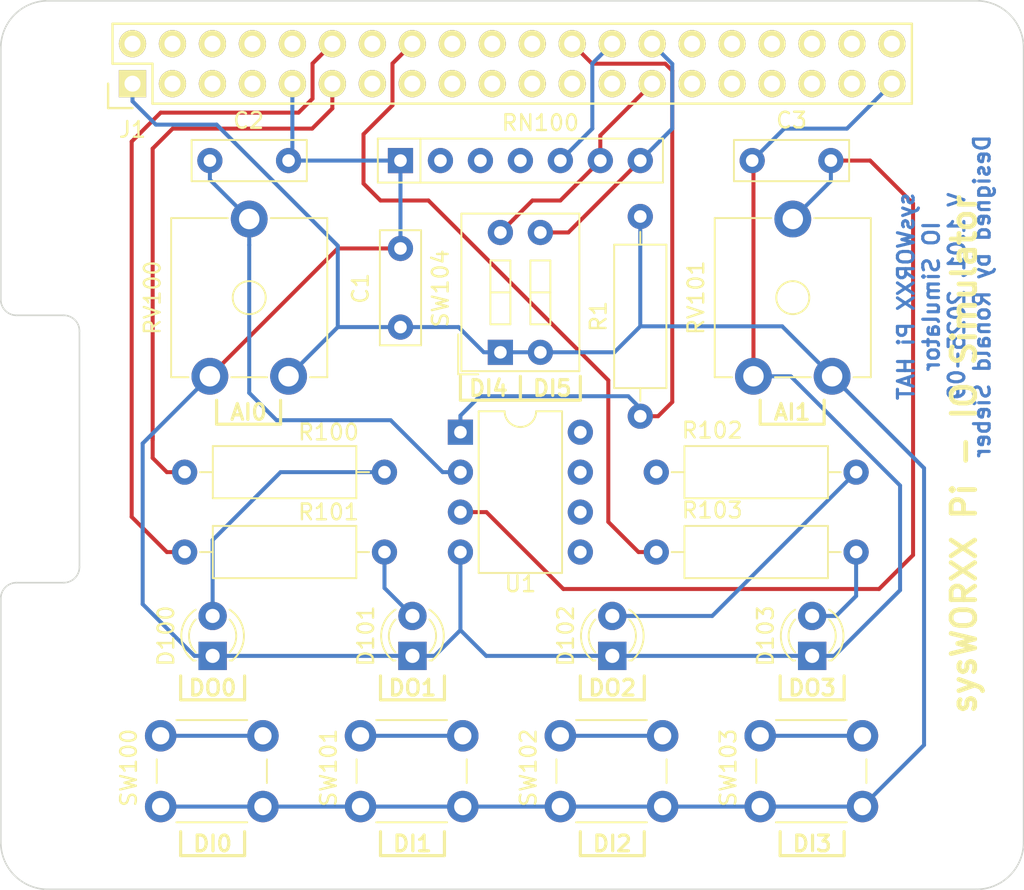
<source format=kicad_pcb>
(kicad_pcb (version 20171130) (host pcbnew "(5.1.5)-1")

  (general
    (thickness 1.6002)
    (drawings 64)
    (tracks 211)
    (zones 0)
    (modules 26)
    (nets 46)
  )

  (page A4)
  (layers
    (0 Front signal)
    (1 In1.Cu signal)
    (2 In2.Cu signal)
    (31 Back signal)
    (34 B.Paste user)
    (35 F.Paste user)
    (36 B.SilkS user)
    (37 F.SilkS user)
    (38 B.Mask user)
    (39 F.Mask user)
    (44 Edge.Cuts user)
    (45 Margin user)
    (46 B.CrtYd user)
    (47 F.CrtYd user)
    (49 F.Fab user)
  )

  (setup
    (last_trace_width 0.254)
    (user_trace_width 0.254)
    (user_trace_width 0.508)
    (user_trace_width 0.762)
    (trace_clearance 0.1524)
    (zone_clearance 0.508)
    (zone_45_only no)
    (trace_min 0.1524)
    (via_size 0.6858)
    (via_drill 0.3302)
    (via_min_size 0.508)
    (via_min_drill 0.254)
    (user_via 0.6858 0.3302)
    (user_via 0.889 0.381)
    (uvia_size 0.6858)
    (uvia_drill 0.3302)
    (uvias_allowed no)
    (uvia_min_size 0.2)
    (uvia_min_drill 0.1)
    (edge_width 0.0381)
    (segment_width 0.254)
    (pcb_text_width 0.3048)
    (pcb_text_size 1.524 1.524)
    (mod_edge_width 0.127)
    (mod_text_size 0.762 0.762)
    (mod_text_width 0.127)
    (pad_size 2.75 2.75)
    (pad_drill 2.75)
    (pad_to_mask_clearance 0)
    (solder_mask_min_width 0.1016)
    (aux_axis_origin 0 0)
    (visible_elements 7FFFFFFF)
    (pcbplotparams
      (layerselection 0x00030_fffffff9)
      (usegerberextensions false)
      (usegerberattributes true)
      (usegerberadvancedattributes true)
      (creategerberjobfile true)
      (excludeedgelayer true)
      (linewidth 0.100000)
      (plotframeref false)
      (viasonmask false)
      (mode 1)
      (useauxorigin false)
      (hpglpennumber 1)
      (hpglpenspeed 20)
      (hpglpendiameter 15.000000)
      (psnegative false)
      (psa4output false)
      (plotreference true)
      (plotvalue true)
      (plotinvisibletext false)
      (padsonsilk false)
      (subtractmaskfromsilk false)
      (outputformat 4)
      (mirror false)
      (drillshape 0)
      (scaleselection 1)
      (outputdirectory "meta/"))
  )

  (net 0 "")
  (net 1 "Net-(J1-Pad4)")
  (net 2 "Net-(J1-Pad6)")
  (net 3 "Net-(J1-Pad7)")
  (net 4 "Net-(J1-Pad11)")
  (net 5 "Net-(J1-Pad12)")
  (net 6 "Net-(J1-Pad13)")
  (net 7 "Net-(J1-Pad14)")
  (net 8 "Net-(J1-Pad15)")
  (net 9 "Net-(J1-Pad16)")
  (net 10 "Net-(J1-Pad17)")
  (net 11 "Net-(J1-Pad18)")
  (net 12 "Net-(J1-Pad20)")
  (net 13 "Net-(J1-Pad22)")
  (net 14 "Net-(J1-Pad25)")
  (net 15 "Net-(J1-Pad26)")
  (net 16 "Net-(J1-Pad27)")
  (net 17 "Net-(J1-Pad28)")
  (net 18 "Net-(J1-Pad29)")
  (net 19 "Net-(J1-Pad30)")
  (net 20 "Net-(J1-Pad31)")
  (net 21 "Net-(J1-Pad32)")
  (net 22 "Net-(J1-Pad33)")
  (net 23 "Net-(J1-Pad34)")
  (net 24 "Net-(J1-Pad35)")
  (net 25 "Net-(J1-Pad36)")
  (net 26 "Net-(J1-Pad37)")
  (net 27 "Net-(J1-Pad38)")
  (net 28 "Net-(J1-Pad40)")
  (net 29 "Net-(J1-Pad2)")
  (net 30 "Net-(J1-Pad3)")
  (net 31 "Net-(J1-Pad5)")
  (net 32 "Net-(J1-Pad8)")
  (net 33 "Net-(J1-Pad10)")
  (net 34 "Net-(J1-Pad19)")
  (net 35 "Net-(J1-Pad21)")
  (net 36 "Net-(J1-Pad23)")
  (net 37 "Net-(J1-Pad24)")
  (net 38 "Net-(D100-Pad2)")
  (net 39 "Net-(D101-Pad2)")
  (net 40 "Net-(D102-Pad2)")
  (net 41 "Net-(D103-Pad2)")
  (net 42 "Net-(C1-Pad2)")
  (net 43 "Net-(C1-Pad1)")
  (net 44 "Net-(C2-Pad2)")
  (net 45 "Net-(C3-Pad2)")

  (net_class Default "This is the default net class."
    (clearance 0.1524)
    (trace_width 0.254)
    (via_dia 0.6858)
    (via_drill 0.3302)
    (uvia_dia 0.6858)
    (uvia_drill 0.3302)
    (diff_pair_width 0.1524)
    (diff_pair_gap 0.254)
    (add_net "Net-(C1-Pad1)")
    (add_net "Net-(C1-Pad2)")
    (add_net "Net-(C2-Pad2)")
    (add_net "Net-(C3-Pad2)")
    (add_net "Net-(D100-Pad2)")
    (add_net "Net-(D101-Pad2)")
    (add_net "Net-(D102-Pad2)")
    (add_net "Net-(D103-Pad2)")
    (add_net "Net-(J1-Pad10)")
    (add_net "Net-(J1-Pad11)")
    (add_net "Net-(J1-Pad12)")
    (add_net "Net-(J1-Pad13)")
    (add_net "Net-(J1-Pad14)")
    (add_net "Net-(J1-Pad15)")
    (add_net "Net-(J1-Pad16)")
    (add_net "Net-(J1-Pad17)")
    (add_net "Net-(J1-Pad18)")
    (add_net "Net-(J1-Pad19)")
    (add_net "Net-(J1-Pad2)")
    (add_net "Net-(J1-Pad20)")
    (add_net "Net-(J1-Pad21)")
    (add_net "Net-(J1-Pad22)")
    (add_net "Net-(J1-Pad23)")
    (add_net "Net-(J1-Pad24)")
    (add_net "Net-(J1-Pad25)")
    (add_net "Net-(J1-Pad26)")
    (add_net "Net-(J1-Pad27)")
    (add_net "Net-(J1-Pad28)")
    (add_net "Net-(J1-Pad29)")
    (add_net "Net-(J1-Pad3)")
    (add_net "Net-(J1-Pad30)")
    (add_net "Net-(J1-Pad31)")
    (add_net "Net-(J1-Pad32)")
    (add_net "Net-(J1-Pad33)")
    (add_net "Net-(J1-Pad34)")
    (add_net "Net-(J1-Pad35)")
    (add_net "Net-(J1-Pad36)")
    (add_net "Net-(J1-Pad37)")
    (add_net "Net-(J1-Pad38)")
    (add_net "Net-(J1-Pad4)")
    (add_net "Net-(J1-Pad40)")
    (add_net "Net-(J1-Pad5)")
    (add_net "Net-(J1-Pad6)")
    (add_net "Net-(J1-Pad7)")
    (add_net "Net-(J1-Pad8)")
  )

  (module RPi_Hat:RPi_Hat_Mounting_Hole locked (layer Front) (tedit 55217C7B) (tstamp 5515DEA9)
    (at 168.18 75.12)
    (descr "Mounting hole, Befestigungsbohrung, 2,7mm, No Annular, Kein Restring,")
    (tags "Mounting hole, Befestigungsbohrung, 2,7mm, No Annular, Kein Restring,")
    (fp_text reference "" (at 0 -4.0005) (layer F.SilkS) hide
      (effects (font (size 1 1) (thickness 0.15)))
    )
    (fp_text value "" (at 0.09906 3.59918) (layer F.Fab) hide
      (effects (font (size 1 1) (thickness 0.15)))
    )
    (fp_circle (center 0 0) (end 1.375 0) (layer F.Fab) (width 0.15))
    (fp_circle (center 0 0) (end 3.1 0) (layer F.Fab) (width 0.15))
    (fp_circle (center 0 0) (end 3.1 0) (layer B.Fab) (width 0.15))
    (fp_circle (center 0 0) (end 1.375 0) (layer B.Fab) (width 0.15))
    (fp_circle (center 0 0) (end 3.1 0) (layer F.CrtYd) (width 0.15))
    (fp_circle (center 0 0) (end 3.1 0) (layer B.CrtYd) (width 0.15))
    (pad "" np_thru_hole circle (at 0 0) (size 2.75 2.75) (drill 2.75) (layers *.Cu *.Mask)
      (solder_mask_margin 1.725) (clearance 1.725))
  )

  (module RPi_Hat:RPi_Hat_Mounting_Hole locked (layer Front) (tedit 55217CCB) (tstamp 55169DC9)
    (at 168.18 124.12)
    (descr "Mounting hole, Befestigungsbohrung, 2,7mm, No Annular, Kein Restring,")
    (tags "Mounting hole, Befestigungsbohrung, 2,7mm, No Annular, Kein Restring,")
    (fp_text reference "" (at 0 -4.0005) (layer F.SilkS) hide
      (effects (font (size 1 1) (thickness 0.15)))
    )
    (fp_text value "" (at 0.09906 3.59918) (layer F.Fab) hide
      (effects (font (size 1 1) (thickness 0.15)))
    )
    (fp_circle (center 0 0) (end 1.375 0) (layer F.Fab) (width 0.15))
    (fp_circle (center 0 0) (end 3.1 0) (layer F.Fab) (width 0.15))
    (fp_circle (center 0 0) (end 3.1 0) (layer B.Fab) (width 0.15))
    (fp_circle (center 0 0) (end 1.375 0) (layer B.Fab) (width 0.15))
    (fp_circle (center 0 0) (end 3.1 0) (layer F.CrtYd) (width 0.15))
    (fp_circle (center 0 0) (end 3.1 0) (layer B.CrtYd) (width 0.15))
    (pad "" np_thru_hole circle (at 0 0) (size 2.75 2.75) (drill 2.75) (layers *.Cu *.Mask)
      (solder_mask_margin 1.725) (clearance 1.725))
  )

  (module RPi_Hat:RPi_Hat_Mounting_Hole locked (layer Front) (tedit 55217CB9) (tstamp 5515DECC)
    (at 110.18 124.12)
    (descr "Mounting hole, Befestigungsbohrung, 2,7mm, No Annular, Kein Restring,")
    (tags "Mounting hole, Befestigungsbohrung, 2,7mm, No Annular, Kein Restring,")
    (fp_text reference "" (at 0 -4.0005) (layer F.SilkS) hide
      (effects (font (size 1 1) (thickness 0.15)))
    )
    (fp_text value "" (at 0.09906 3.59918) (layer F.Fab) hide
      (effects (font (size 1 1) (thickness 0.15)))
    )
    (fp_circle (center 0 0) (end 1.375 0) (layer F.Fab) (width 0.15))
    (fp_circle (center 0 0) (end 3.1 0) (layer F.Fab) (width 0.15))
    (fp_circle (center 0 0) (end 3.1 0) (layer B.Fab) (width 0.15))
    (fp_circle (center 0 0) (end 1.375 0) (layer B.Fab) (width 0.15))
    (fp_circle (center 0 0) (end 3.1 0) (layer F.CrtYd) (width 0.15))
    (fp_circle (center 0 0) (end 3.1 0) (layer B.CrtYd) (width 0.15))
    (pad "" np_thru_hole circle (at 0 0) (size 2.75 2.75) (drill 2.75) (layers *.Cu *.Mask)
      (solder_mask_margin 1.725) (clearance 1.725))
  )

  (module RPi_Hat:RPi_Hat_Mounting_Hole locked (layer Front) (tedit 55217CA2) (tstamp 5515DEBF)
    (at 110.18 75.12)
    (descr "Mounting hole, Befestigungsbohrung, 2,7mm, No Annular, Kein Restring,")
    (tags "Mounting hole, Befestigungsbohrung, 2,7mm, No Annular, Kein Restring,")
    (fp_text reference "" (at 0 -4.0005) (layer F.SilkS) hide
      (effects (font (size 1 1) (thickness 0.15)))
    )
    (fp_text value "" (at 0.09906 3.59918) (layer F.Fab) hide
      (effects (font (size 1 1) (thickness 0.15)))
    )
    (fp_circle (center 0 0) (end 1.375 0) (layer F.Fab) (width 0.15))
    (fp_circle (center 0 0) (end 3.1 0) (layer F.Fab) (width 0.15))
    (fp_circle (center 0 0) (end 3.1 0) (layer B.Fab) (width 0.15))
    (fp_circle (center 0 0) (end 1.375 0) (layer B.Fab) (width 0.15))
    (fp_circle (center 0 0) (end 3.1 0) (layer F.CrtYd) (width 0.15))
    (fp_circle (center 0 0) (end 3.1 0) (layer B.CrtYd) (width 0.15))
    (pad "" np_thru_hole circle (at 0 0) (size 2.75 2.75) (drill 2.75) (layers *.Cu *.Mask)
      (solder_mask_margin 1.725) (clearance 1.725))
  )

  (module Resistors_THT:R_Axial_DIN0309_L9.0mm_D3.2mm_P12.70mm_Horizontal (layer Front) (tedit 5874F706) (tstamp 676DCC7B)
    (at 118.364 101.092)
    (descr "Resistor, Axial_DIN0309 series, Axial, Horizontal, pin pitch=12.7mm, 0.5W = 1/2W, length*diameter=9*3.2mm^2, http://cdn-reichelt.de/documents/datenblatt/B400/1_4W%23YAG.pdf")
    (tags "Resistor Axial_DIN0309 series Axial Horizontal pin pitch 12.7mm 0.5W = 1/2W length 9mm diameter 3.2mm")
    (path /6724214B)
    (fp_text reference R100 (at 9.144 -2.54) (layer F.SilkS)
      (effects (font (size 1 1) (thickness 0.15)))
    )
    (fp_text value 270R (at 6.35 0) (layer F.Fab)
      (effects (font (size 1 1) (thickness 0.15)))
    )
    (fp_line (start 13.75 -1.95) (end -1.05 -1.95) (layer F.CrtYd) (width 0.05))
    (fp_line (start 13.75 1.95) (end 13.75 -1.95) (layer F.CrtYd) (width 0.05))
    (fp_line (start -1.05 1.95) (end 13.75 1.95) (layer F.CrtYd) (width 0.05))
    (fp_line (start -1.05 -1.95) (end -1.05 1.95) (layer F.CrtYd) (width 0.05))
    (fp_line (start 11.72 0) (end 10.91 0) (layer F.SilkS) (width 0.12))
    (fp_line (start 0.98 0) (end 1.79 0) (layer F.SilkS) (width 0.12))
    (fp_line (start 10.91 -1.66) (end 1.79 -1.66) (layer F.SilkS) (width 0.12))
    (fp_line (start 10.91 1.66) (end 10.91 -1.66) (layer F.SilkS) (width 0.12))
    (fp_line (start 1.79 1.66) (end 10.91 1.66) (layer F.SilkS) (width 0.12))
    (fp_line (start 1.79 -1.66) (end 1.79 1.66) (layer F.SilkS) (width 0.12))
    (fp_line (start 12.7 0) (end 10.85 0) (layer F.Fab) (width 0.1))
    (fp_line (start 0 0) (end 1.85 0) (layer F.Fab) (width 0.1))
    (fp_line (start 10.85 -1.6) (end 1.85 -1.6) (layer F.Fab) (width 0.1))
    (fp_line (start 10.85 1.6) (end 10.85 -1.6) (layer F.Fab) (width 0.1))
    (fp_line (start 1.85 1.6) (end 10.85 1.6) (layer F.Fab) (width 0.1))
    (fp_line (start 1.85 -1.6) (end 1.85 1.6) (layer F.Fab) (width 0.1))
    (pad 2 thru_hole oval (at 12.7 0) (size 1.6 1.6) (drill 0.8) (layers *.Cu *.Mask)
      (net 38 "Net-(D100-Pad2)"))
    (pad 1 thru_hole circle (at 0 0) (size 1.6 1.6) (drill 0.8) (layers *.Cu *.Mask)
      (net 4 "Net-(J1-Pad11)"))
    (model ${KISYS3DMOD}/Resistor_THT.3dshapes/R_Axial_DIN0309_L9.0mm_D3.2mm_P12.70mm_Horizontal.wrl
      (at (xyz 0 0 0))
      (scale (xyz 1 1 1))
      (rotate (xyz 0 0 0))
    )
  )

  (module Resistors_THT:R_Axial_DIN0309_L9.0mm_D3.2mm_P12.70mm_Horizontal (layer Front) (tedit 5874F706) (tstamp 6723F57F)
    (at 118.364 106.172)
    (descr "Resistor, Axial_DIN0309 series, Axial, Horizontal, pin pitch=12.7mm, 0.5W = 1/2W, length*diameter=9*3.2mm^2, http://cdn-reichelt.de/documents/datenblatt/B400/1_4W%23YAG.pdf")
    (tags "Resistor Axial_DIN0309 series Axial Horizontal pin pitch 12.7mm 0.5W = 1/2W length 9mm diameter 3.2mm")
    (path /67241B70)
    (fp_text reference R101 (at 9.144 -2.54) (layer F.SilkS)
      (effects (font (size 1 1) (thickness 0.15)))
    )
    (fp_text value 270R (at 6.35 0) (layer F.Fab)
      (effects (font (size 1 1) (thickness 0.15)))
    )
    (fp_line (start 13.75 -1.95) (end -1.05 -1.95) (layer F.CrtYd) (width 0.05))
    (fp_line (start 13.75 1.95) (end 13.75 -1.95) (layer F.CrtYd) (width 0.05))
    (fp_line (start -1.05 1.95) (end 13.75 1.95) (layer F.CrtYd) (width 0.05))
    (fp_line (start -1.05 -1.95) (end -1.05 1.95) (layer F.CrtYd) (width 0.05))
    (fp_line (start 11.72 0) (end 10.91 0) (layer F.SilkS) (width 0.12))
    (fp_line (start 0.98 0) (end 1.79 0) (layer F.SilkS) (width 0.12))
    (fp_line (start 10.91 -1.66) (end 1.79 -1.66) (layer F.SilkS) (width 0.12))
    (fp_line (start 10.91 1.66) (end 10.91 -1.66) (layer F.SilkS) (width 0.12))
    (fp_line (start 1.79 1.66) (end 10.91 1.66) (layer F.SilkS) (width 0.12))
    (fp_line (start 1.79 -1.66) (end 1.79 1.66) (layer F.SilkS) (width 0.12))
    (fp_line (start 12.7 0) (end 10.85 0) (layer F.Fab) (width 0.1))
    (fp_line (start 0 0) (end 1.85 0) (layer F.Fab) (width 0.1))
    (fp_line (start 10.85 -1.6) (end 1.85 -1.6) (layer F.Fab) (width 0.1))
    (fp_line (start 10.85 1.6) (end 10.85 -1.6) (layer F.Fab) (width 0.1))
    (fp_line (start 1.85 1.6) (end 10.85 1.6) (layer F.Fab) (width 0.1))
    (fp_line (start 1.85 -1.6) (end 1.85 1.6) (layer F.Fab) (width 0.1))
    (pad 2 thru_hole oval (at 12.7 0) (size 1.6 1.6) (drill 0.8) (layers *.Cu *.Mask)
      (net 39 "Net-(D101-Pad2)"))
    (pad 1 thru_hole circle (at 0 0) (size 1.6 1.6) (drill 0.8) (layers *.Cu *.Mask)
      (net 5 "Net-(J1-Pad12)"))
    (model ${KISYS3DMOD}/Resistor_THT.3dshapes/R_Axial_DIN0309_L9.0mm_D3.2mm_P12.70mm_Horizontal.wrl
      (at (xyz 0 0 0))
      (scale (xyz 1 1 1))
      (rotate (xyz 0 0 0))
    )
  )

  (module Resistors_THT:R_Axial_DIN0309_L9.0mm_D3.2mm_P12.70mm_Horizontal (layer Front) (tedit 5874F706) (tstamp 67253903)
    (at 148.336 101.092)
    (descr "Resistor, Axial_DIN0309 series, Axial, Horizontal, pin pitch=12.7mm, 0.5W = 1/2W, length*diameter=9*3.2mm^2, http://cdn-reichelt.de/documents/datenblatt/B400/1_4W%23YAG.pdf")
    (tags "Resistor Axial_DIN0309 series Axial Horizontal pin pitch 12.7mm 0.5W = 1/2W length 9mm diameter 3.2mm")
    (path /6725393B)
    (fp_text reference R102 (at 3.556 -2.66) (layer F.SilkS)
      (effects (font (size 1 1) (thickness 0.15)))
    )
    (fp_text value 270R (at 6.35 0) (layer F.Fab)
      (effects (font (size 1 1) (thickness 0.15)))
    )
    (fp_line (start 13.75 -1.95) (end -1.05 -1.95) (layer F.CrtYd) (width 0.05))
    (fp_line (start 13.75 1.95) (end 13.75 -1.95) (layer F.CrtYd) (width 0.05))
    (fp_line (start -1.05 1.95) (end 13.75 1.95) (layer F.CrtYd) (width 0.05))
    (fp_line (start -1.05 -1.95) (end -1.05 1.95) (layer F.CrtYd) (width 0.05))
    (fp_line (start 11.72 0) (end 10.91 0) (layer F.SilkS) (width 0.12))
    (fp_line (start 0.98 0) (end 1.79 0) (layer F.SilkS) (width 0.12))
    (fp_line (start 10.91 -1.66) (end 1.79 -1.66) (layer F.SilkS) (width 0.12))
    (fp_line (start 10.91 1.66) (end 10.91 -1.66) (layer F.SilkS) (width 0.12))
    (fp_line (start 1.79 1.66) (end 10.91 1.66) (layer F.SilkS) (width 0.12))
    (fp_line (start 1.79 -1.66) (end 1.79 1.66) (layer F.SilkS) (width 0.12))
    (fp_line (start 12.7 0) (end 10.85 0) (layer F.Fab) (width 0.1))
    (fp_line (start 0 0) (end 1.85 0) (layer F.Fab) (width 0.1))
    (fp_line (start 10.85 -1.6) (end 1.85 -1.6) (layer F.Fab) (width 0.1))
    (fp_line (start 10.85 1.6) (end 10.85 -1.6) (layer F.Fab) (width 0.1))
    (fp_line (start 1.85 1.6) (end 10.85 1.6) (layer F.Fab) (width 0.1))
    (fp_line (start 1.85 -1.6) (end 1.85 1.6) (layer F.Fab) (width 0.1))
    (pad 2 thru_hole oval (at 12.7 0) (size 1.6 1.6) (drill 0.8) (layers *.Cu *.Mask)
      (net 40 "Net-(D102-Pad2)"))
    (pad 1 thru_hole circle (at 0 0) (size 1.6 1.6) (drill 0.8) (layers *.Cu *.Mask)
      (net 8 "Net-(J1-Pad15)"))
    (model ${KISYS3DMOD}/Resistor_THT.3dshapes/R_Axial_DIN0309_L9.0mm_D3.2mm_P12.70mm_Horizontal.wrl
      (at (xyz 0 0 0))
      (scale (xyz 1 1 1))
      (rotate (xyz 0 0 0))
    )
  )

  (module sysWORXX_Pi:Pin_Header_Straight_2x20 locked (layer Front) (tedit 551989BF) (tstamp 6765DDFF)
    (at 139.18 75.12 90)
    (descr "Through hole pin header")
    (tags "pin header")
    (path /676621CA)
    (fp_text reference J1 (at -4.191 -24.13) (layer F.SilkS)
      (effects (font (size 1 1) (thickness 0.15)))
    )
    (fp_text value sysWORXX_Pi_GPIO (at 2.984 18.808 180) (layer F.Fab)
      (effects (font (size 1 1) (thickness 0.15)))
    )
    (fp_line (start -3.02 -25.88) (end -3.02 25.92) (layer F.CrtYd) (width 0.05))
    (fp_line (start 3.03 -25.88) (end 3.03 25.92) (layer F.CrtYd) (width 0.05))
    (fp_line (start -3.02 -25.88) (end 3.03 -25.88) (layer F.CrtYd) (width 0.05))
    (fp_line (start -3.02 25.92) (end 3.03 25.92) (layer F.CrtYd) (width 0.05))
    (fp_line (start 2.54 25.4) (end 2.54 -25.4) (layer F.SilkS) (width 0.15))
    (fp_line (start -2.54 -22.86) (end -2.54 25.4) (layer F.SilkS) (width 0.15))
    (fp_line (start 2.54 25.4) (end -2.54 25.4) (layer F.SilkS) (width 0.15))
    (fp_line (start 2.54 -25.4) (end 0 -25.4) (layer F.SilkS) (width 0.15))
    (fp_line (start -1.27 -25.68) (end -2.82 -25.68) (layer F.SilkS) (width 0.15))
    (fp_line (start 0 -25.4) (end 0 -22.86) (layer F.SilkS) (width 0.15))
    (fp_line (start 0 -22.86) (end -2.54 -22.86) (layer F.SilkS) (width 0.15))
    (fp_line (start -2.82 -25.68) (end -2.82 -24.13) (layer F.SilkS) (width 0.15))
    (pad 1 thru_hole rect (at -1.27 -24.13 90) (size 1.7272 1.7272) (drill 1.016) (layers *.Cu *.Mask F.SilkS)
      (net 42 "Net-(C1-Pad2)"))
    (pad 2 thru_hole oval (at 1.27 -24.13 90) (size 1.7272 1.7272) (drill 1.016) (layers *.Cu *.Mask F.SilkS)
      (net 29 "Net-(J1-Pad2)"))
    (pad 3 thru_hole oval (at -1.27 -21.59 90) (size 1.7272 1.7272) (drill 1.016) (layers *.Cu *.Mask F.SilkS)
      (net 30 "Net-(J1-Pad3)"))
    (pad 4 thru_hole oval (at 1.27 -21.59 90) (size 1.7272 1.7272) (drill 1.016) (layers *.Cu *.Mask F.SilkS)
      (net 1 "Net-(J1-Pad4)"))
    (pad 5 thru_hole oval (at -1.27 -19.05 90) (size 1.7272 1.7272) (drill 1.016) (layers *.Cu *.Mask F.SilkS)
      (net 31 "Net-(J1-Pad5)"))
    (pad 6 thru_hole oval (at 1.27 -19.05 90) (size 1.7272 1.7272) (drill 1.016) (layers *.Cu *.Mask F.SilkS)
      (net 2 "Net-(J1-Pad6)"))
    (pad 7 thru_hole oval (at -1.27 -16.51 90) (size 1.7272 1.7272) (drill 1.016) (layers *.Cu *.Mask F.SilkS)
      (net 3 "Net-(J1-Pad7)"))
    (pad 8 thru_hole oval (at 1.27 -16.51 90) (size 1.7272 1.7272) (drill 1.016) (layers *.Cu *.Mask F.SilkS)
      (net 32 "Net-(J1-Pad8)"))
    (pad 9 thru_hole oval (at -1.27 -13.97 90) (size 1.7272 1.7272) (drill 1.016) (layers *.Cu *.Mask F.SilkS)
      (net 43 "Net-(C1-Pad1)"))
    (pad 10 thru_hole oval (at 1.27 -13.97 90) (size 1.7272 1.7272) (drill 1.016) (layers *.Cu *.Mask F.SilkS)
      (net 33 "Net-(J1-Pad10)"))
    (pad 11 thru_hole oval (at -1.27 -11.43 90) (size 1.7272 1.7272) (drill 1.016) (layers *.Cu *.Mask F.SilkS)
      (net 4 "Net-(J1-Pad11)"))
    (pad 12 thru_hole oval (at 1.27 -11.43 90) (size 1.7272 1.7272) (drill 1.016) (layers *.Cu *.Mask F.SilkS)
      (net 5 "Net-(J1-Pad12)"))
    (pad 13 thru_hole oval (at -1.27 -8.89 90) (size 1.7272 1.7272) (drill 1.016) (layers *.Cu *.Mask F.SilkS)
      (net 6 "Net-(J1-Pad13)"))
    (pad 14 thru_hole oval (at 1.27 -8.89 90) (size 1.7272 1.7272) (drill 1.016) (layers *.Cu *.Mask F.SilkS)
      (net 7 "Net-(J1-Pad14)"))
    (pad 15 thru_hole oval (at -1.27 -6.35 90) (size 1.7272 1.7272) (drill 1.016) (layers *.Cu *.Mask F.SilkS)
      (net 8 "Net-(J1-Pad15)"))
    (pad 16 thru_hole oval (at 1.27 -6.35 90) (size 1.7272 1.7272) (drill 1.016) (layers *.Cu *.Mask F.SilkS)
      (net 9 "Net-(J1-Pad16)"))
    (pad 17 thru_hole oval (at -1.27 -3.81 90) (size 1.7272 1.7272) (drill 1.016) (layers *.Cu *.Mask F.SilkS)
      (net 10 "Net-(J1-Pad17)"))
    (pad 18 thru_hole oval (at 1.27 -3.81 90) (size 1.7272 1.7272) (drill 1.016) (layers *.Cu *.Mask F.SilkS)
      (net 11 "Net-(J1-Pad18)"))
    (pad 19 thru_hole oval (at -1.27 -1.27 90) (size 1.7272 1.7272) (drill 1.016) (layers *.Cu *.Mask F.SilkS)
      (net 34 "Net-(J1-Pad19)"))
    (pad 20 thru_hole oval (at 1.27 -1.27 90) (size 1.7272 1.7272) (drill 1.016) (layers *.Cu *.Mask F.SilkS)
      (net 12 "Net-(J1-Pad20)"))
    (pad 21 thru_hole oval (at -1.27 1.27 90) (size 1.7272 1.7272) (drill 1.016) (layers *.Cu *.Mask F.SilkS)
      (net 35 "Net-(J1-Pad21)"))
    (pad 22 thru_hole oval (at 1.27 1.27 90) (size 1.7272 1.7272) (drill 1.016) (layers *.Cu *.Mask F.SilkS)
      (net 13 "Net-(J1-Pad22)"))
    (pad 23 thru_hole oval (at -1.27 3.81 90) (size 1.7272 1.7272) (drill 1.016) (layers *.Cu *.Mask F.SilkS)
      (net 36 "Net-(J1-Pad23)"))
    (pad 24 thru_hole oval (at 1.27 3.81 90) (size 1.7272 1.7272) (drill 1.016) (layers *.Cu *.Mask F.SilkS)
      (net 37 "Net-(J1-Pad24)"))
    (pad 25 thru_hole oval (at -1.27 6.35 90) (size 1.7272 1.7272) (drill 1.016) (layers *.Cu *.Mask F.SilkS)
      (net 14 "Net-(J1-Pad25)"))
    (pad 26 thru_hole oval (at 1.27 6.35 90) (size 1.7272 1.7272) (drill 1.016) (layers *.Cu *.Mask F.SilkS)
      (net 15 "Net-(J1-Pad26)"))
    (pad 27 thru_hole oval (at -1.27 8.89 90) (size 1.7272 1.7272) (drill 1.016) (layers *.Cu *.Mask F.SilkS)
      (net 16 "Net-(J1-Pad27)"))
    (pad 28 thru_hole oval (at 1.27 8.89 90) (size 1.7272 1.7272) (drill 1.016) (layers *.Cu *.Mask F.SilkS)
      (net 17 "Net-(J1-Pad28)"))
    (pad 29 thru_hole oval (at -1.27 11.43 90) (size 1.7272 1.7272) (drill 1.016) (layers *.Cu *.Mask F.SilkS)
      (net 18 "Net-(J1-Pad29)"))
    (pad 30 thru_hole oval (at 1.27 11.43 90) (size 1.7272 1.7272) (drill 1.016) (layers *.Cu *.Mask F.SilkS)
      (net 19 "Net-(J1-Pad30)"))
    (pad 31 thru_hole oval (at -1.27 13.97 90) (size 1.7272 1.7272) (drill 1.016) (layers *.Cu *.Mask F.SilkS)
      (net 20 "Net-(J1-Pad31)"))
    (pad 32 thru_hole oval (at 1.27 13.97 90) (size 1.7272 1.7272) (drill 1.016) (layers *.Cu *.Mask F.SilkS)
      (net 21 "Net-(J1-Pad32)"))
    (pad 33 thru_hole oval (at -1.27 16.51 90) (size 1.7272 1.7272) (drill 1.016) (layers *.Cu *.Mask F.SilkS)
      (net 22 "Net-(J1-Pad33)"))
    (pad 34 thru_hole oval (at 1.27 16.51 90) (size 1.7272 1.7272) (drill 1.016) (layers *.Cu *.Mask F.SilkS)
      (net 23 "Net-(J1-Pad34)"))
    (pad 35 thru_hole oval (at -1.27 19.05 90) (size 1.7272 1.7272) (drill 1.016) (layers *.Cu *.Mask F.SilkS)
      (net 24 "Net-(J1-Pad35)"))
    (pad 36 thru_hole oval (at 1.27 19.05 90) (size 1.7272 1.7272) (drill 1.016) (layers *.Cu *.Mask F.SilkS)
      (net 25 "Net-(J1-Pad36)"))
    (pad 37 thru_hole oval (at -1.27 21.59 90) (size 1.7272 1.7272) (drill 1.016) (layers *.Cu *.Mask F.SilkS)
      (net 26 "Net-(J1-Pad37)"))
    (pad 38 thru_hole oval (at 1.27 21.59 90) (size 1.7272 1.7272) (drill 1.016) (layers *.Cu *.Mask F.SilkS)
      (net 27 "Net-(J1-Pad38)"))
    (pad 39 thru_hole oval (at -1.27 24.13 90) (size 1.7272 1.7272) (drill 1.016) (layers *.Cu *.Mask F.SilkS)
      (net 43 "Net-(C1-Pad1)"))
    (pad 40 thru_hole oval (at 1.27 24.13 90) (size 1.7272 1.7272) (drill 1.016) (layers *.Cu *.Mask F.SilkS)
      (net 28 "Net-(J1-Pad40)"))
    (model ${KISYS3DMOD}/Connector_PinSocket_2.54mm.3dshapes/PinSocket_2x20_P2.54mm_Vertical.wrl
      (offset (xyz -1.25 23.75 -2))
      (scale (xyz 1 1 1))
      (rotate (xyz 0 180 0))
    )
  )

  (module Buttons_Switches_THT:SW_PUSH_6mm_h5mm (layer Front) (tedit 5923F252) (tstamp 67706FA2)
    (at 116.84 117.856)
    (descr "tactile push button, 6x6mm e.g. PHAP33xx series, height=5mm")
    (tags "tact sw push 6mm")
    (path /67254623)
    (fp_text reference SW100 (at -2.032 2.032 90) (layer F.SilkS)
      (effects (font (size 1 1) (thickness 0.15)))
    )
    (fp_text value DI0 (at 3.048 0.508) (layer F.Fab)
      (effects (font (size 1 1) (thickness 0.15)))
    )
    (fp_circle (center 3.25 2.25) (end 1.25 2.5) (layer F.Fab) (width 0.1))
    (fp_line (start 6.75 3) (end 6.75 1.5) (layer F.SilkS) (width 0.12))
    (fp_line (start 5.5 -1) (end 1 -1) (layer F.SilkS) (width 0.12))
    (fp_line (start -0.25 1.5) (end -0.25 3) (layer F.SilkS) (width 0.12))
    (fp_line (start 1 5.5) (end 5.5 5.5) (layer F.SilkS) (width 0.12))
    (fp_line (start 8 -1.25) (end 8 5.75) (layer F.CrtYd) (width 0.05))
    (fp_line (start 7.75 6) (end -1.25 6) (layer F.CrtYd) (width 0.05))
    (fp_line (start -1.5 5.75) (end -1.5 -1.25) (layer F.CrtYd) (width 0.05))
    (fp_line (start -1.25 -1.5) (end 7.75 -1.5) (layer F.CrtYd) (width 0.05))
    (fp_line (start -1.5 6) (end -1.25 6) (layer F.CrtYd) (width 0.05))
    (fp_line (start -1.5 5.75) (end -1.5 6) (layer F.CrtYd) (width 0.05))
    (fp_line (start -1.5 -1.5) (end -1.25 -1.5) (layer F.CrtYd) (width 0.05))
    (fp_line (start -1.5 -1.25) (end -1.5 -1.5) (layer F.CrtYd) (width 0.05))
    (fp_line (start 8 -1.5) (end 8 -1.25) (layer F.CrtYd) (width 0.05))
    (fp_line (start 7.75 -1.5) (end 8 -1.5) (layer F.CrtYd) (width 0.05))
    (fp_line (start 8 6) (end 8 5.75) (layer F.CrtYd) (width 0.05))
    (fp_line (start 7.75 6) (end 8 6) (layer F.CrtYd) (width 0.05))
    (fp_line (start 0.25 -0.75) (end 3.25 -0.75) (layer F.Fab) (width 0.1))
    (fp_line (start 0.25 5.25) (end 0.25 -0.75) (layer F.Fab) (width 0.1))
    (fp_line (start 6.25 5.25) (end 0.25 5.25) (layer F.Fab) (width 0.1))
    (fp_line (start 6.25 -0.75) (end 6.25 5.25) (layer F.Fab) (width 0.1))
    (fp_line (start 3.25 -0.75) (end 6.25 -0.75) (layer F.Fab) (width 0.1))
    (fp_text user %R (at 3.25 2.25) (layer F.Fab)
      (effects (font (size 1 1) (thickness 0.15)))
    )
    (pad 1 thru_hole circle (at 6.5 0 90) (size 2 2) (drill 1.1) (layers *.Cu *.Mask)
      (net 3 "Net-(J1-Pad7)"))
    (pad 2 thru_hole circle (at 6.5 4.5 90) (size 2 2) (drill 1.1) (layers *.Cu *.Mask)
      (net 42 "Net-(C1-Pad2)"))
    (pad 1 thru_hole circle (at 0 0 90) (size 2 2) (drill 1.1) (layers *.Cu *.Mask)
      (net 3 "Net-(J1-Pad7)"))
    (pad 2 thru_hole circle (at 0 4.5 90) (size 2 2) (drill 1.1) (layers *.Cu *.Mask)
      (net 42 "Net-(C1-Pad2)"))
    (model ${KISYS3DMOD}/Button_Switch_THT.3dshapes/SW_PUSH_6mm_H5mm.wrl
      (offset (xyz 0.127 0 0))
      (scale (xyz 1 1 1))
      (rotate (xyz 0 0 0))
    )
  )

  (module Buttons_Switches_THT:SW_PUSH_6mm_h5mm (layer Front) (tedit 5923F252) (tstamp 67706F0B)
    (at 129.54 117.856)
    (descr "tactile push button, 6x6mm e.g. PHAP33xx series, height=5mm")
    (tags "tact sw push 6mm")
    (path /67255228)
    (fp_text reference SW101 (at -2.032 2.032 90) (layer F.SilkS)
      (effects (font (size 1 1) (thickness 0.15)))
    )
    (fp_text value DI1 (at 3.048 0.508) (layer F.Fab)
      (effects (font (size 1 1) (thickness 0.15)))
    )
    (fp_text user %R (at 3.25 2.25) (layer F.Fab)
      (effects (font (size 1 1) (thickness 0.15)))
    )
    (fp_line (start 3.25 -0.75) (end 6.25 -0.75) (layer F.Fab) (width 0.1))
    (fp_line (start 6.25 -0.75) (end 6.25 5.25) (layer F.Fab) (width 0.1))
    (fp_line (start 6.25 5.25) (end 0.25 5.25) (layer F.Fab) (width 0.1))
    (fp_line (start 0.25 5.25) (end 0.25 -0.75) (layer F.Fab) (width 0.1))
    (fp_line (start 0.25 -0.75) (end 3.25 -0.75) (layer F.Fab) (width 0.1))
    (fp_line (start 7.75 6) (end 8 6) (layer F.CrtYd) (width 0.05))
    (fp_line (start 8 6) (end 8 5.75) (layer F.CrtYd) (width 0.05))
    (fp_line (start 7.75 -1.5) (end 8 -1.5) (layer F.CrtYd) (width 0.05))
    (fp_line (start 8 -1.5) (end 8 -1.25) (layer F.CrtYd) (width 0.05))
    (fp_line (start -1.5 -1.25) (end -1.5 -1.5) (layer F.CrtYd) (width 0.05))
    (fp_line (start -1.5 -1.5) (end -1.25 -1.5) (layer F.CrtYd) (width 0.05))
    (fp_line (start -1.5 5.75) (end -1.5 6) (layer F.CrtYd) (width 0.05))
    (fp_line (start -1.5 6) (end -1.25 6) (layer F.CrtYd) (width 0.05))
    (fp_line (start -1.25 -1.5) (end 7.75 -1.5) (layer F.CrtYd) (width 0.05))
    (fp_line (start -1.5 5.75) (end -1.5 -1.25) (layer F.CrtYd) (width 0.05))
    (fp_line (start 7.75 6) (end -1.25 6) (layer F.CrtYd) (width 0.05))
    (fp_line (start 8 -1.25) (end 8 5.75) (layer F.CrtYd) (width 0.05))
    (fp_line (start 1 5.5) (end 5.5 5.5) (layer F.SilkS) (width 0.12))
    (fp_line (start -0.25 1.5) (end -0.25 3) (layer F.SilkS) (width 0.12))
    (fp_line (start 5.5 -1) (end 1 -1) (layer F.SilkS) (width 0.12))
    (fp_line (start 6.75 3) (end 6.75 1.5) (layer F.SilkS) (width 0.12))
    (fp_circle (center 3.25 2.25) (end 1.25 2.5) (layer F.Fab) (width 0.1))
    (pad 2 thru_hole circle (at 0 4.5 90) (size 2 2) (drill 1.1) (layers *.Cu *.Mask)
      (net 42 "Net-(C1-Pad2)"))
    (pad 1 thru_hole circle (at 0 0 90) (size 2 2) (drill 1.1) (layers *.Cu *.Mask)
      (net 6 "Net-(J1-Pad13)"))
    (pad 2 thru_hole circle (at 6.5 4.5 90) (size 2 2) (drill 1.1) (layers *.Cu *.Mask)
      (net 42 "Net-(C1-Pad2)"))
    (pad 1 thru_hole circle (at 6.5 0 90) (size 2 2) (drill 1.1) (layers *.Cu *.Mask)
      (net 6 "Net-(J1-Pad13)"))
    (model ${KISYS3DMOD}/Button_Switch_THT.3dshapes/SW_PUSH_6mm_H5mm.wrl
      (offset (xyz 0.127 0 0))
      (scale (xyz 1 1 1))
      (rotate (xyz 0 0 0))
    )
  )

  (module Buttons_Switches_THT:SW_PUSH_6mm_h5mm (layer Front) (tedit 5923F252) (tstamp 676C7AC6)
    (at 142.24 117.856)
    (descr "tactile push button, 6x6mm e.g. PHAP33xx series, height=5mm")
    (tags "tact sw push 6mm")
    (path /67255799)
    (fp_text reference SW102 (at -2.032 2.032 90) (layer F.SilkS)
      (effects (font (size 1 1) (thickness 0.15)))
    )
    (fp_text value DI2 (at 3.048 0.508) (layer F.Fab)
      (effects (font (size 1 1) (thickness 0.15)))
    )
    (fp_circle (center 3.25 2.25) (end 1.25 2.5) (layer F.Fab) (width 0.1))
    (fp_line (start 6.75 3) (end 6.75 1.5) (layer F.SilkS) (width 0.12))
    (fp_line (start 5.5 -1) (end 1 -1) (layer F.SilkS) (width 0.12))
    (fp_line (start -0.25 1.5) (end -0.25 3) (layer F.SilkS) (width 0.12))
    (fp_line (start 1 5.5) (end 5.5 5.5) (layer F.SilkS) (width 0.12))
    (fp_line (start 8 -1.25) (end 8 5.75) (layer F.CrtYd) (width 0.05))
    (fp_line (start 7.75 6) (end -1.25 6) (layer F.CrtYd) (width 0.05))
    (fp_line (start -1.5 5.75) (end -1.5 -1.25) (layer F.CrtYd) (width 0.05))
    (fp_line (start -1.25 -1.5) (end 7.75 -1.5) (layer F.CrtYd) (width 0.05))
    (fp_line (start -1.5 6) (end -1.25 6) (layer F.CrtYd) (width 0.05))
    (fp_line (start -1.5 5.75) (end -1.5 6) (layer F.CrtYd) (width 0.05))
    (fp_line (start -1.5 -1.5) (end -1.25 -1.5) (layer F.CrtYd) (width 0.05))
    (fp_line (start -1.5 -1.25) (end -1.5 -1.5) (layer F.CrtYd) (width 0.05))
    (fp_line (start 8 -1.5) (end 8 -1.25) (layer F.CrtYd) (width 0.05))
    (fp_line (start 7.75 -1.5) (end 8 -1.5) (layer F.CrtYd) (width 0.05))
    (fp_line (start 8 6) (end 8 5.75) (layer F.CrtYd) (width 0.05))
    (fp_line (start 7.75 6) (end 8 6) (layer F.CrtYd) (width 0.05))
    (fp_line (start 0.25 -0.75) (end 3.25 -0.75) (layer F.Fab) (width 0.1))
    (fp_line (start 0.25 5.25) (end 0.25 -0.75) (layer F.Fab) (width 0.1))
    (fp_line (start 6.25 5.25) (end 0.25 5.25) (layer F.Fab) (width 0.1))
    (fp_line (start 6.25 -0.75) (end 6.25 5.25) (layer F.Fab) (width 0.1))
    (fp_line (start 3.25 -0.75) (end 6.25 -0.75) (layer F.Fab) (width 0.1))
    (fp_text user %R (at 3.25 2.25) (layer F.Fab)
      (effects (font (size 1 1) (thickness 0.15)))
    )
    (pad 1 thru_hole circle (at 6.5 0 90) (size 2 2) (drill 1.1) (layers *.Cu *.Mask)
      (net 11 "Net-(J1-Pad18)"))
    (pad 2 thru_hole circle (at 6.5 4.5 90) (size 2 2) (drill 1.1) (layers *.Cu *.Mask)
      (net 42 "Net-(C1-Pad2)"))
    (pad 1 thru_hole circle (at 0 0 90) (size 2 2) (drill 1.1) (layers *.Cu *.Mask)
      (net 11 "Net-(J1-Pad18)"))
    (pad 2 thru_hole circle (at 0 4.5 90) (size 2 2) (drill 1.1) (layers *.Cu *.Mask)
      (net 42 "Net-(C1-Pad2)"))
    (model ${KISYS3DMOD}/Button_Switch_THT.3dshapes/SW_PUSH_6mm_H5mm.wrl
      (offset (xyz 0.127 0 0))
      (scale (xyz 1 1 1))
      (rotate (xyz 0 0 0))
    )
  )

  (module Buttons_Switches_THT:SW_PUSH_6mm_h5mm (layer Front) (tedit 5923F252) (tstamp 676C7AE4)
    (at 154.94 117.856)
    (descr "tactile push button, 6x6mm e.g. PHAP33xx series, height=5mm")
    (tags "tact sw push 6mm")
    (path /67255CEB)
    (fp_text reference SW103 (at -2.032 2.032 90) (layer F.SilkS)
      (effects (font (size 1 1) (thickness 0.15)))
    )
    (fp_text value DI3 (at 3.048 0.508) (layer F.Fab)
      (effects (font (size 1 1) (thickness 0.15)))
    )
    (fp_text user %R (at 3.25 2.25) (layer F.Fab)
      (effects (font (size 1 1) (thickness 0.15)))
    )
    (fp_line (start 3.25 -0.75) (end 6.25 -0.75) (layer F.Fab) (width 0.1))
    (fp_line (start 6.25 -0.75) (end 6.25 5.25) (layer F.Fab) (width 0.1))
    (fp_line (start 6.25 5.25) (end 0.25 5.25) (layer F.Fab) (width 0.1))
    (fp_line (start 0.25 5.25) (end 0.25 -0.75) (layer F.Fab) (width 0.1))
    (fp_line (start 0.25 -0.75) (end 3.25 -0.75) (layer F.Fab) (width 0.1))
    (fp_line (start 7.75 6) (end 8 6) (layer F.CrtYd) (width 0.05))
    (fp_line (start 8 6) (end 8 5.75) (layer F.CrtYd) (width 0.05))
    (fp_line (start 7.75 -1.5) (end 8 -1.5) (layer F.CrtYd) (width 0.05))
    (fp_line (start 8 -1.5) (end 8 -1.25) (layer F.CrtYd) (width 0.05))
    (fp_line (start -1.5 -1.25) (end -1.5 -1.5) (layer F.CrtYd) (width 0.05))
    (fp_line (start -1.5 -1.5) (end -1.25 -1.5) (layer F.CrtYd) (width 0.05))
    (fp_line (start -1.5 5.75) (end -1.5 6) (layer F.CrtYd) (width 0.05))
    (fp_line (start -1.5 6) (end -1.25 6) (layer F.CrtYd) (width 0.05))
    (fp_line (start -1.25 -1.5) (end 7.75 -1.5) (layer F.CrtYd) (width 0.05))
    (fp_line (start -1.5 5.75) (end -1.5 -1.25) (layer F.CrtYd) (width 0.05))
    (fp_line (start 7.75 6) (end -1.25 6) (layer F.CrtYd) (width 0.05))
    (fp_line (start 8 -1.25) (end 8 5.75) (layer F.CrtYd) (width 0.05))
    (fp_line (start 1 5.5) (end 5.5 5.5) (layer F.SilkS) (width 0.12))
    (fp_line (start -0.25 1.5) (end -0.25 3) (layer F.SilkS) (width 0.12))
    (fp_line (start 5.5 -1) (end 1 -1) (layer F.SilkS) (width 0.12))
    (fp_line (start 6.75 3) (end 6.75 1.5) (layer F.SilkS) (width 0.12))
    (fp_circle (center 3.25 2.25) (end 1.25 2.5) (layer F.Fab) (width 0.1))
    (pad 2 thru_hole circle (at 0 4.5 90) (size 2 2) (drill 1.1) (layers *.Cu *.Mask)
      (net 42 "Net-(C1-Pad2)"))
    (pad 1 thru_hole circle (at 0 0 90) (size 2 2) (drill 1.1) (layers *.Cu *.Mask)
      (net 15 "Net-(J1-Pad26)"))
    (pad 2 thru_hole circle (at 6.5 4.5 90) (size 2 2) (drill 1.1) (layers *.Cu *.Mask)
      (net 42 "Net-(C1-Pad2)"))
    (pad 1 thru_hole circle (at 6.5 0 90) (size 2 2) (drill 1.1) (layers *.Cu *.Mask)
      (net 15 "Net-(J1-Pad26)"))
    (model ${KISYS3DMOD}/Button_Switch_THT.3dshapes/SW_PUSH_6mm_H5mm.wrl
      (offset (xyz 0.127 0 0))
      (scale (xyz 1 1 1))
      (rotate (xyz 0 0 0))
    )
  )

  (module LEDs:LED_D3.0mm (layer Front) (tedit 587A3A7B) (tstamp 676DC601)
    (at 120.142 112.776 90)
    (descr "LED, diameter 3.0mm, 2 pins")
    (tags "LED diameter 3.0mm 2 pins")
    (path /676F0626)
    (fp_text reference D100 (at 1.27 -2.96 90) (layer F.SilkS)
      (effects (font (size 1 1) (thickness 0.15)))
    )
    (fp_text value DO0 (at 3.556 -2.54 180) (layer F.Fab)
      (effects (font (size 1 1) (thickness 0.15)))
    )
    (fp_line (start 3.7 -2.25) (end -1.15 -2.25) (layer F.CrtYd) (width 0.05))
    (fp_line (start 3.7 2.25) (end 3.7 -2.25) (layer F.CrtYd) (width 0.05))
    (fp_line (start -1.15 2.25) (end 3.7 2.25) (layer F.CrtYd) (width 0.05))
    (fp_line (start -1.15 -2.25) (end -1.15 2.25) (layer F.CrtYd) (width 0.05))
    (fp_line (start -0.29 1.08) (end -0.29 1.236) (layer F.SilkS) (width 0.12))
    (fp_line (start -0.29 -1.236) (end -0.29 -1.08) (layer F.SilkS) (width 0.12))
    (fp_line (start -0.23 -1.16619) (end -0.23 1.16619) (layer F.Fab) (width 0.1))
    (fp_circle (center 1.27 0) (end 2.77 0) (layer F.Fab) (width 0.1))
    (fp_arc (start 1.27 0) (end 0.229039 1.08) (angle -87.9) (layer F.SilkS) (width 0.12))
    (fp_arc (start 1.27 0) (end 0.229039 -1.08) (angle 87.9) (layer F.SilkS) (width 0.12))
    (fp_arc (start 1.27 0) (end -0.29 1.235516) (angle -108.8) (layer F.SilkS) (width 0.12))
    (fp_arc (start 1.27 0) (end -0.29 -1.235516) (angle 108.8) (layer F.SilkS) (width 0.12))
    (fp_arc (start 1.27 0) (end -0.23 -1.16619) (angle 284.3) (layer F.Fab) (width 0.1))
    (pad 2 thru_hole circle (at 2.54 0 90) (size 1.8 1.8) (drill 0.9) (layers *.Cu *.Mask)
      (net 38 "Net-(D100-Pad2)"))
    (pad 1 thru_hole rect (at 0 0 90) (size 1.8 1.8) (drill 0.9) (layers *.Cu *.Mask)
      (net 43 "Net-(C1-Pad1)"))
    (model ${KISYS3DMOD}/LED_THT.3dshapes/LED_D3.0mm.wrl
      (at (xyz 0 0 0))
      (scale (xyz 1 1 1))
      (rotate (xyz 0 0 0))
    )
  )

  (module LEDs:LED_D3.0mm (layer Front) (tedit 587A3A7B) (tstamp 676DC614)
    (at 132.842 112.776 90)
    (descr "LED, diameter 3.0mm, 2 pins")
    (tags "LED diameter 3.0mm 2 pins")
    (path /676F0ED3)
    (fp_text reference D101 (at 1.27 -2.96 90) (layer F.SilkS)
      (effects (font (size 1 1) (thickness 0.15)))
    )
    (fp_text value DO1 (at 3.556 -2.54 180) (layer F.Fab)
      (effects (font (size 1 1) (thickness 0.15)))
    )
    (fp_arc (start 1.27 0) (end -0.23 -1.16619) (angle 284.3) (layer F.Fab) (width 0.1))
    (fp_arc (start 1.27 0) (end -0.29 -1.235516) (angle 108.8) (layer F.SilkS) (width 0.12))
    (fp_arc (start 1.27 0) (end -0.29 1.235516) (angle -108.8) (layer F.SilkS) (width 0.12))
    (fp_arc (start 1.27 0) (end 0.229039 -1.08) (angle 87.9) (layer F.SilkS) (width 0.12))
    (fp_arc (start 1.27 0) (end 0.229039 1.08) (angle -87.9) (layer F.SilkS) (width 0.12))
    (fp_circle (center 1.27 0) (end 2.77 0) (layer F.Fab) (width 0.1))
    (fp_line (start -0.23 -1.16619) (end -0.23 1.16619) (layer F.Fab) (width 0.1))
    (fp_line (start -0.29 -1.236) (end -0.29 -1.08) (layer F.SilkS) (width 0.12))
    (fp_line (start -0.29 1.08) (end -0.29 1.236) (layer F.SilkS) (width 0.12))
    (fp_line (start -1.15 -2.25) (end -1.15 2.25) (layer F.CrtYd) (width 0.05))
    (fp_line (start -1.15 2.25) (end 3.7 2.25) (layer F.CrtYd) (width 0.05))
    (fp_line (start 3.7 2.25) (end 3.7 -2.25) (layer F.CrtYd) (width 0.05))
    (fp_line (start 3.7 -2.25) (end -1.15 -2.25) (layer F.CrtYd) (width 0.05))
    (pad 1 thru_hole rect (at 0 0 90) (size 1.8 1.8) (drill 0.9) (layers *.Cu *.Mask)
      (net 43 "Net-(C1-Pad1)"))
    (pad 2 thru_hole circle (at 2.54 0 90) (size 1.8 1.8) (drill 0.9) (layers *.Cu *.Mask)
      (net 39 "Net-(D101-Pad2)"))
    (model ${KISYS3DMOD}/LED_THT.3dshapes/LED_D3.0mm.wrl
      (at (xyz 0 0 0))
      (scale (xyz 1 1 1))
      (rotate (xyz 0 0 0))
    )
  )

  (module LEDs:LED_D3.0mm (layer Front) (tedit 587A3A7B) (tstamp 676DC627)
    (at 145.542 112.776 90)
    (descr "LED, diameter 3.0mm, 2 pins")
    (tags "LED diameter 3.0mm 2 pins")
    (path /676F36AF)
    (fp_text reference D102 (at 1.27 -2.96 90) (layer F.SilkS)
      (effects (font (size 1 1) (thickness 0.15)))
    )
    (fp_text value DO2 (at 3.556 -2.54 180) (layer F.Fab)
      (effects (font (size 1 1) (thickness 0.15)))
    )
    (fp_line (start 3.7 -2.25) (end -1.15 -2.25) (layer F.CrtYd) (width 0.05))
    (fp_line (start 3.7 2.25) (end 3.7 -2.25) (layer F.CrtYd) (width 0.05))
    (fp_line (start -1.15 2.25) (end 3.7 2.25) (layer F.CrtYd) (width 0.05))
    (fp_line (start -1.15 -2.25) (end -1.15 2.25) (layer F.CrtYd) (width 0.05))
    (fp_line (start -0.29 1.08) (end -0.29 1.236) (layer F.SilkS) (width 0.12))
    (fp_line (start -0.29 -1.236) (end -0.29 -1.08) (layer F.SilkS) (width 0.12))
    (fp_line (start -0.23 -1.16619) (end -0.23 1.16619) (layer F.Fab) (width 0.1))
    (fp_circle (center 1.27 0) (end 2.77 0) (layer F.Fab) (width 0.1))
    (fp_arc (start 1.27 0) (end 0.229039 1.08) (angle -87.9) (layer F.SilkS) (width 0.12))
    (fp_arc (start 1.27 0) (end 0.229039 -1.08) (angle 87.9) (layer F.SilkS) (width 0.12))
    (fp_arc (start 1.27 0) (end -0.29 1.235516) (angle -108.8) (layer F.SilkS) (width 0.12))
    (fp_arc (start 1.27 0) (end -0.29 -1.235516) (angle 108.8) (layer F.SilkS) (width 0.12))
    (fp_arc (start 1.27 0) (end -0.23 -1.16619) (angle 284.3) (layer F.Fab) (width 0.1))
    (pad 2 thru_hole circle (at 2.54 0 90) (size 1.8 1.8) (drill 0.9) (layers *.Cu *.Mask)
      (net 40 "Net-(D102-Pad2)"))
    (pad 1 thru_hole rect (at 0 0 90) (size 1.8 1.8) (drill 0.9) (layers *.Cu *.Mask)
      (net 43 "Net-(C1-Pad1)"))
    (model ${KISYS3DMOD}/LED_THT.3dshapes/LED_D3.0mm.wrl
      (at (xyz 0 0 0))
      (scale (xyz 1 1 1))
      (rotate (xyz 0 0 0))
    )
  )

  (module LEDs:LED_D3.0mm (layer Front) (tedit 587A3A7B) (tstamp 676DC63A)
    (at 158.242 112.776 90)
    (descr "LED, diameter 3.0mm, 2 pins")
    (tags "LED diameter 3.0mm 2 pins")
    (path /676F4540)
    (fp_text reference D103 (at 1.27 -2.96 90) (layer F.SilkS)
      (effects (font (size 1 1) (thickness 0.15)))
    )
    (fp_text value DO3 (at 3.556 -2.54 180) (layer F.Fab)
      (effects (font (size 1 1) (thickness 0.15)))
    )
    (fp_arc (start 1.27 0) (end -0.23 -1.16619) (angle 284.3) (layer F.Fab) (width 0.1))
    (fp_arc (start 1.27 0) (end -0.29 -1.235516) (angle 108.8) (layer F.SilkS) (width 0.12))
    (fp_arc (start 1.27 0) (end -0.29 1.235516) (angle -108.8) (layer F.SilkS) (width 0.12))
    (fp_arc (start 1.27 0) (end 0.229039 -1.08) (angle 87.9) (layer F.SilkS) (width 0.12))
    (fp_arc (start 1.27 0) (end 0.229039 1.08) (angle -87.9) (layer F.SilkS) (width 0.12))
    (fp_circle (center 1.27 0) (end 2.77 0) (layer F.Fab) (width 0.1))
    (fp_line (start -0.23 -1.16619) (end -0.23 1.16619) (layer F.Fab) (width 0.1))
    (fp_line (start -0.29 -1.236) (end -0.29 -1.08) (layer F.SilkS) (width 0.12))
    (fp_line (start -0.29 1.08) (end -0.29 1.236) (layer F.SilkS) (width 0.12))
    (fp_line (start -1.15 -2.25) (end -1.15 2.25) (layer F.CrtYd) (width 0.05))
    (fp_line (start -1.15 2.25) (end 3.7 2.25) (layer F.CrtYd) (width 0.05))
    (fp_line (start 3.7 2.25) (end 3.7 -2.25) (layer F.CrtYd) (width 0.05))
    (fp_line (start 3.7 -2.25) (end -1.15 -2.25) (layer F.CrtYd) (width 0.05))
    (pad 1 thru_hole rect (at 0 0 90) (size 1.8 1.8) (drill 0.9) (layers *.Cu *.Mask)
      (net 43 "Net-(C1-Pad1)"))
    (pad 2 thru_hole circle (at 2.54 0 90) (size 1.8 1.8) (drill 0.9) (layers *.Cu *.Mask)
      (net 41 "Net-(D103-Pad2)"))
    (model ${KISYS3DMOD}/LED_THT.3dshapes/LED_D3.0mm.wrl
      (at (xyz 0 0 0))
      (scale (xyz 1 1 1))
      (rotate (xyz 0 0 0))
    )
  )

  (module Resistors_THT:R_Axial_DIN0309_L9.0mm_D3.2mm_P12.70mm_Horizontal (layer Front) (tedit 5874F706) (tstamp 676DC650)
    (at 148.336 106.172)
    (descr "Resistor, Axial_DIN0309 series, Axial, Horizontal, pin pitch=12.7mm, 0.5W = 1/2W, length*diameter=9*3.2mm^2, http://cdn-reichelt.de/documents/datenblatt/B400/1_4W%23YAG.pdf")
    (tags "Resistor Axial_DIN0309 series Axial Horizontal pin pitch 12.7mm 0.5W = 1/2W length 9mm diameter 3.2mm")
    (path /676F68C2)
    (fp_text reference R103 (at 3.556 -2.66) (layer F.SilkS)
      (effects (font (size 1 1) (thickness 0.15)))
    )
    (fp_text value 270R (at 6.35 0) (layer F.Fab)
      (effects (font (size 1 1) (thickness 0.15)))
    )
    (fp_line (start 13.75 -1.95) (end -1.05 -1.95) (layer F.CrtYd) (width 0.05))
    (fp_line (start 13.75 1.95) (end 13.75 -1.95) (layer F.CrtYd) (width 0.05))
    (fp_line (start -1.05 1.95) (end 13.75 1.95) (layer F.CrtYd) (width 0.05))
    (fp_line (start -1.05 -1.95) (end -1.05 1.95) (layer F.CrtYd) (width 0.05))
    (fp_line (start 11.72 0) (end 10.91 0) (layer F.SilkS) (width 0.12))
    (fp_line (start 0.98 0) (end 1.79 0) (layer F.SilkS) (width 0.12))
    (fp_line (start 10.91 -1.66) (end 1.79 -1.66) (layer F.SilkS) (width 0.12))
    (fp_line (start 10.91 1.66) (end 10.91 -1.66) (layer F.SilkS) (width 0.12))
    (fp_line (start 1.79 1.66) (end 10.91 1.66) (layer F.SilkS) (width 0.12))
    (fp_line (start 1.79 -1.66) (end 1.79 1.66) (layer F.SilkS) (width 0.12))
    (fp_line (start 12.7 0) (end 10.85 0) (layer F.Fab) (width 0.1))
    (fp_line (start 0 0) (end 1.85 0) (layer F.Fab) (width 0.1))
    (fp_line (start 10.85 -1.6) (end 1.85 -1.6) (layer F.Fab) (width 0.1))
    (fp_line (start 10.85 1.6) (end 10.85 -1.6) (layer F.Fab) (width 0.1))
    (fp_line (start 1.85 1.6) (end 10.85 1.6) (layer F.Fab) (width 0.1))
    (fp_line (start 1.85 -1.6) (end 1.85 1.6) (layer F.Fab) (width 0.1))
    (pad 2 thru_hole oval (at 12.7 0) (size 1.6 1.6) (drill 0.8) (layers *.Cu *.Mask)
      (net 41 "Net-(D103-Pad2)"))
    (pad 1 thru_hole circle (at 0 0) (size 1.6 1.6) (drill 0.8) (layers *.Cu *.Mask)
      (net 9 "Net-(J1-Pad16)"))
    (model ${KISYS3DMOD}/Resistor_THT.3dshapes/R_Axial_DIN0309_L9.0mm_D3.2mm_P12.70mm_Horizontal.wrl
      (at (xyz 0 0 0))
      (scale (xyz 1 1 1))
      (rotate (xyz 0 0 0))
    )
  )

  (module Resistors_THT:R_Array_SIP7 (layer Front) (tedit 57FA3974) (tstamp 676DC669)
    (at 132.08 81.28)
    (descr "7-pin Resistor SIP pack")
    (tags R)
    (path /676DD41E)
    (fp_text reference RN100 (at 8.89 -2.4) (layer F.SilkS)
      (effects (font (size 1 1) (thickness 0.15)))
    )
    (fp_text value "SIL 7-6 4,7K" (at 8.89 2.4) (layer F.Fab)
      (effects (font (size 1 1) (thickness 0.15)))
    )
    (fp_line (start 16.95 -1.65) (end -1.7 -1.65) (layer F.CrtYd) (width 0.05))
    (fp_line (start 16.95 1.65) (end 16.95 -1.65) (layer F.CrtYd) (width 0.05))
    (fp_line (start -1.7 1.65) (end 16.95 1.65) (layer F.CrtYd) (width 0.05))
    (fp_line (start -1.7 -1.65) (end -1.7 1.65) (layer F.CrtYd) (width 0.05))
    (fp_line (start 1.27 -1.4) (end 1.27 1.4) (layer F.SilkS) (width 0.12))
    (fp_line (start 16.68 -1.4) (end -1.44 -1.4) (layer F.SilkS) (width 0.12))
    (fp_line (start 16.68 1.4) (end 16.68 -1.4) (layer F.SilkS) (width 0.12))
    (fp_line (start -1.44 1.4) (end 16.68 1.4) (layer F.SilkS) (width 0.12))
    (fp_line (start -1.44 -1.4) (end -1.44 1.4) (layer F.SilkS) (width 0.12))
    (fp_line (start 1.27 -1.25) (end 1.27 1.25) (layer F.Fab) (width 0.1))
    (fp_line (start 16.53 -1.25) (end -1.29 -1.25) (layer F.Fab) (width 0.1))
    (fp_line (start 16.53 1.25) (end 16.53 -1.25) (layer F.Fab) (width 0.1))
    (fp_line (start -1.29 1.25) (end 16.53 1.25) (layer F.Fab) (width 0.1))
    (fp_line (start -1.29 -1.25) (end -1.29 1.25) (layer F.Fab) (width 0.1))
    (pad 7 thru_hole oval (at 15.24 0) (size 1.6 1.6) (drill 0.8) (layers *.Cu *.Mask)
      (net 17 "Net-(J1-Pad28)"))
    (pad 6 thru_hole oval (at 12.7 0) (size 1.6 1.6) (drill 0.8) (layers *.Cu *.Mask)
      (net 16 "Net-(J1-Pad27)"))
    (pad 5 thru_hole oval (at 10.16 0) (size 1.6 1.6) (drill 0.8) (layers *.Cu *.Mask)
      (net 15 "Net-(J1-Pad26)"))
    (pad 4 thru_hole oval (at 7.62 0) (size 1.6 1.6) (drill 0.8) (layers *.Cu *.Mask)
      (net 11 "Net-(J1-Pad18)"))
    (pad 3 thru_hole oval (at 5.08 0) (size 1.6 1.6) (drill 0.8) (layers *.Cu *.Mask)
      (net 6 "Net-(J1-Pad13)"))
    (pad 2 thru_hole oval (at 2.54 0) (size 1.6 1.6) (drill 0.8) (layers *.Cu *.Mask)
      (net 3 "Net-(J1-Pad7)"))
    (pad 1 thru_hole rect (at 0 0) (size 1.6 1.6) (drill 0.8) (layers *.Cu *.Mask)
      (net 43 "Net-(C1-Pad1)"))
    (model ${KISYS3DMOD}/Resistor_THT.3dshapes/R_Array_SIP7.wrl
      (at (xyz 0 0 0))
      (scale (xyz 1 1 1))
      (rotate (xyz 0 0 0))
    )
  )

  (module Housings_DIP:DIP-8_W7.62mm (layer Front) (tedit 59C78D6B) (tstamp 676F0E07)
    (at 135.89 98.552)
    (descr "8-lead though-hole mounted DIP package, row spacing 7.62 mm (300 mils)")
    (tags "THT DIP DIL PDIP 2.54mm 7.62mm 300mil")
    (path /676F5A5F)
    (fp_text reference U1 (at 3.81 9.652) (layer F.SilkS)
      (effects (font (size 1 1) (thickness 0.15)))
    )
    (fp_text value MCP3202 (at 4.826 4.572 90) (layer F.Fab)
      (effects (font (size 1 1) (thickness 0.15)))
    )
    (fp_text user %R (at 2.794 4.572 90) (layer F.Fab)
      (effects (font (size 1 1) (thickness 0.15)))
    )
    (fp_line (start 8.7 -1.55) (end -1.1 -1.55) (layer F.CrtYd) (width 0.05))
    (fp_line (start 8.7 9.15) (end 8.7 -1.55) (layer F.CrtYd) (width 0.05))
    (fp_line (start -1.1 9.15) (end 8.7 9.15) (layer F.CrtYd) (width 0.05))
    (fp_line (start -1.1 -1.55) (end -1.1 9.15) (layer F.CrtYd) (width 0.05))
    (fp_line (start 6.46 -1.33) (end 4.81 -1.33) (layer F.SilkS) (width 0.12))
    (fp_line (start 6.46 8.95) (end 6.46 -1.33) (layer F.SilkS) (width 0.12))
    (fp_line (start 1.16 8.95) (end 6.46 8.95) (layer F.SilkS) (width 0.12))
    (fp_line (start 1.16 -1.33) (end 1.16 8.95) (layer F.SilkS) (width 0.12))
    (fp_line (start 2.81 -1.33) (end 1.16 -1.33) (layer F.SilkS) (width 0.12))
    (fp_line (start 0.635 -0.27) (end 1.635 -1.27) (layer F.Fab) (width 0.1))
    (fp_line (start 0.635 8.89) (end 0.635 -0.27) (layer F.Fab) (width 0.1))
    (fp_line (start 6.985 8.89) (end 0.635 8.89) (layer F.Fab) (width 0.1))
    (fp_line (start 6.985 -1.27) (end 6.985 8.89) (layer F.Fab) (width 0.1))
    (fp_line (start 1.635 -1.27) (end 6.985 -1.27) (layer F.Fab) (width 0.1))
    (fp_arc (start 3.81 -1.33) (end 2.81 -1.33) (angle -180) (layer F.SilkS) (width 0.12))
    (pad 8 thru_hole oval (at 7.62 0) (size 1.6 1.6) (drill 0.8) (layers *.Cu *.Mask)
      (net 42 "Net-(C1-Pad2)"))
    (pad 4 thru_hole oval (at 0 7.62) (size 1.6 1.6) (drill 0.8) (layers *.Cu *.Mask)
      (net 43 "Net-(C1-Pad1)"))
    (pad 7 thru_hole oval (at 7.62 2.54) (size 1.6 1.6) (drill 0.8) (layers *.Cu *.Mask)
      (net 36 "Net-(J1-Pad23)"))
    (pad 3 thru_hole oval (at 0 5.08) (size 1.6 1.6) (drill 0.8) (layers *.Cu *.Mask)
      (net 45 "Net-(C3-Pad2)"))
    (pad 6 thru_hole oval (at 7.62 5.08) (size 1.6 1.6) (drill 0.8) (layers *.Cu *.Mask)
      (net 35 "Net-(J1-Pad21)"))
    (pad 2 thru_hole oval (at 0 2.54) (size 1.6 1.6) (drill 0.8) (layers *.Cu *.Mask)
      (net 44 "Net-(C2-Pad2)"))
    (pad 5 thru_hole oval (at 7.62 7.62) (size 1.6 1.6) (drill 0.8) (layers *.Cu *.Mask)
      (net 34 "Net-(J1-Pad19)"))
    (pad 1 thru_hole rect (at 0 0) (size 1.6 1.6) (drill 0.8) (layers *.Cu *.Mask)
      (net 37 "Net-(J1-Pad24)"))
    (model ${KISYS3DMOD}/Package_DIP.3dshapes/DIP-8_W7.62mm.wrl
      (at (xyz 0 0 0))
      (scale (xyz 1 1 1))
      (rotate (xyz 0 0 0))
    )
  )

  (module Potentiometers:Potentiometer_Trimmer_ACP_CA9v_Horizontal_Px10.0mm_Py5.0mm (layer Front) (tedit 58826B0A) (tstamp 676F10AC)
    (at 124.968 94.996 90)
    (descr "Potentiometer, horizontally mounted, Omeg PC16PU, Omeg PC16PU, Omeg PC16PU, Vishay/Spectrol 248GJ/249GJ Single, Vishay/Spectrol 248GJ/249GJ Single, Vishay/Spectrol 248GJ/249GJ Single, Vishay/Spectrol 248GH/249GH Single, Vishay/Spectrol 148/149 Single, Vishay/Spectrol 148/149 Single, Vishay/Spectrol 148/149 Single, Vishay/Spectrol 148A/149A Single with mounting plates, Vishay/Spectrol 148/149 Double, Vishay/Spectrol 148A/149A Double with mounting plates, Piher PC-16 Single, Piher PC-16 Single, Piher PC-16 Single, Piher PC-16SV Single, Piher PC-16 Double, Piher PC-16 Triple, Piher T16H Single, Piher T16L Single, Piher T16H Double, Alps RK163 Single, Alps RK163 Double, Alps RK097 Single, Alps RK097 Double, Bourns PTV09A-2 Single with mounting sleve Single, Bourns PTV09A-1 with mounting sleve Single, Bourns PRS11S Single, Alps RK09K Single with mounting sleve Single, Alps RK09K with mounting sleve Single, Alps RK09L Single, Alps RK09L Single, Alps RK09L Double, Alps RK09L Double, Alps RK09Y Single, Bourns 3339S Single, Bourns 3339S Single, Bourns 3339P Single, Bourns 3339H Single, Vishay T7YA Single, Suntan TSR-3386H Single, Suntan TSR-3386H Single, Suntan TSR-3386P Single, Vishay T73XX Single, Vishay T73XX Single, Vishay T73YP Single, Piher PT-6h Single, Piher PT-6v Single, Piher PT-6v Single, Piher PT-10h2.5 Single, Piher PT-10h5 Single, Piher PT-101h3.8 Single, Piher PT-10v10 Single, Piher PT-10v10 Single, Piher PT-10v5 Single, Piher PT-15h5 Single, Piher PT-15h2.5 Single, Piher PT-15B Single, Piher PT-15hc5 Single, Piher PT-15v12.5 Single, Piher PT-15v12.5 Single, Piher PT-15v15 Single, Piher PT-15v15 Single, ACP CA6h Single, ACP CA6v Single, ACP CA6v Single, ACP CA6VSMD Single, ACP CA6VSMD Single, ACP CA9h2.5 Single, ACP CA9h3.8 Single, ACP CA9h5 Single, ACP CA9V Single, http://www.acptechnologies.com/wp-content/uploads/2016/12/ACP-CAT%C3%81LOGO-ENTERO-2016.pdf")
    (tags "Potentiometer horizontal  Omeg PC16PU  Omeg PC16PU  Omeg PC16PU  Vishay/Spectrol 248GJ/249GJ Single  Vishay/Spectrol 248GJ/249GJ Single  Vishay/Spectrol 248GJ/249GJ Single  Vishay/Spectrol 248GH/249GH Single  Vishay/Spectrol 148/149 Single  Vishay/Spectrol 148/149 Single  Vishay/Spectrol 148/149 Single  Vishay/Spectrol 148A/149A Single with mounting plates  Vishay/Spectrol 148/149 Double  Vishay/Spectrol 148A/149A Double with mounting plates  Piher PC-16 Single  Piher PC-16 Single  Piher PC-16 Single  Piher PC-16SV Single  Piher PC-16 Double  Piher PC-16 Triple  Piher T16H Single  Piher T16L Single  Piher T16H Double  Alps RK163 Single  Alps RK163 Double  Alps RK097 Single  Alps RK097 Double  Bourns PTV09A-2 Single with mounting sleve Single  Bourns PTV09A-1 with mounting sleve Single  Bourns PRS11S Single  Alps RK09K Single with mounting sleve Single  Alps RK09K with mounting sleve Single  Alps RK09L Single  Alps RK09L Single  Alps RK09L Double  Alps RK09L Double  Alps RK09Y Single  Bourns 3339S Single  Bourns 3339S Single  Bourns 3339P Single  Bourns 3339H Single  Vishay T7YA Single  Suntan TSR-3386H Single  Suntan TSR-3386H Single  Suntan TSR-3386P Single  Vishay T73XX Single  Vishay T73XX Single  Vishay T73YP Single  Piher PT-6h Single  Piher PT-6v Single  Piher PT-6v Single  Piher PT-10h2.5 Single  Piher PT-10h5 Single  Piher PT-101h3.8 Single  Piher PT-10v10 Single  Piher PT-10v10 Single  Piher PT-10v5 Single  Piher PT-15h5 Single  Piher PT-15h2.5 Single  Piher PT-15B Single  Piher PT-15hc5 Single  Piher PT-15v12.5 Single  Piher PT-15v12.5 Single  Piher PT-15v15 Single  Piher PT-15v15 Single  ACP CA6h Single  ACP CA6v Single  ACP CA6v Single  ACP CA6VSMD Single  ACP CA6VSMD Single  ACP CA9h2.5 Single  ACP CA9h3.8 Single  ACP CA9h5 Single  ACP CA9V Single")
    (path /676F6344)
    (fp_text reference RV100 (at 5 -8.65 90) (layer F.SilkS)
      (effects (font (size 1 1) (thickness 0.15)))
    )
    (fp_text value 4k7 (at 2.54 -2.54 180) (layer F.Fab)
      (effects (font (size 1 1) (thickness 0.15)))
    )
    (fp_line (start 11.45 -7.65) (end -1.45 -7.65) (layer F.CrtYd) (width 0.05))
    (fp_line (start 11.45 2.7) (end 11.45 -7.65) (layer F.CrtYd) (width 0.05))
    (fp_line (start -1.45 2.7) (end 11.45 2.7) (layer F.CrtYd) (width 0.05))
    (fp_line (start -1.45 -7.65) (end -1.45 2.7) (layer F.CrtYd) (width 0.05))
    (fp_line (start 10.06 -1.135) (end 10.06 2.46) (layer F.SilkS) (width 0.12))
    (fp_line (start 10.06 -7.461) (end 10.06 -3.865) (layer F.SilkS) (width 0.12))
    (fp_line (start -0.06 1.365) (end -0.06 2.46) (layer F.SilkS) (width 0.12))
    (fp_line (start -0.06 -3.635) (end -0.06 -1.365) (layer F.SilkS) (width 0.12))
    (fp_line (start -0.06 -7.461) (end -0.06 -6.365) (layer F.SilkS) (width 0.12))
    (fp_line (start -0.06 2.46) (end 10.06 2.46) (layer F.SilkS) (width 0.12))
    (fp_line (start -0.06 -7.461) (end 10.06 -7.461) (layer F.SilkS) (width 0.12))
    (fp_line (start 10 -7.4) (end 0 -7.4) (layer F.Fab) (width 0.1))
    (fp_line (start 10 2.4) (end 10 -7.4) (layer F.Fab) (width 0.1))
    (fp_line (start 0 2.4) (end 10 2.4) (layer F.Fab) (width 0.1))
    (fp_line (start 0 -7.4) (end 0 2.4) (layer F.Fab) (width 0.1))
    (fp_circle (center 5 -2.5) (end 6.05 -2.5) (layer F.SilkS) (width 0.12))
    (fp_circle (center 5 -2.5) (end 6.05 -2.5) (layer F.Fab) (width 0.1))
    (fp_circle (center 5 -2.5) (end 6.5 -2.5) (layer F.Fab) (width 0.1))
    (pad 1 thru_hole circle (at 0 0 90) (size 2.34 2.34) (drill 1.3) (layers *.Cu *.Mask)
      (net 42 "Net-(C1-Pad2)"))
    (pad 2 thru_hole circle (at 10 -2.5 90) (size 2.34 2.34) (drill 1.3) (layers *.Cu *.Mask)
      (net 44 "Net-(C2-Pad2)"))
    (pad 3 thru_hole circle (at 0 -5 90) (size 2.34 2.34) (drill 1.3) (layers *.Cu *.Mask)
      (net 43 "Net-(C1-Pad1)"))
    (model ${KIPRJMOD}/Library/PT-10/PT-10.stp
      (offset (xyz 5 2.5 0))
      (scale (xyz 0.1 0.1 0.1))
      (rotate (xyz -90 0 90))
    )
  )

  (module Potentiometers:Potentiometer_Trimmer_ACP_CA9v_Horizontal_Px10.0mm_Py5.0mm (layer Front) (tedit 58826B0A) (tstamp 676F1158)
    (at 159.512 94.996 90)
    (descr "Potentiometer, horizontally mounted, Omeg PC16PU, Omeg PC16PU, Omeg PC16PU, Vishay/Spectrol 248GJ/249GJ Single, Vishay/Spectrol 248GJ/249GJ Single, Vishay/Spectrol 248GJ/249GJ Single, Vishay/Spectrol 248GH/249GH Single, Vishay/Spectrol 148/149 Single, Vishay/Spectrol 148/149 Single, Vishay/Spectrol 148/149 Single, Vishay/Spectrol 148A/149A Single with mounting plates, Vishay/Spectrol 148/149 Double, Vishay/Spectrol 148A/149A Double with mounting plates, Piher PC-16 Single, Piher PC-16 Single, Piher PC-16 Single, Piher PC-16SV Single, Piher PC-16 Double, Piher PC-16 Triple, Piher T16H Single, Piher T16L Single, Piher T16H Double, Alps RK163 Single, Alps RK163 Double, Alps RK097 Single, Alps RK097 Double, Bourns PTV09A-2 Single with mounting sleve Single, Bourns PTV09A-1 with mounting sleve Single, Bourns PRS11S Single, Alps RK09K Single with mounting sleve Single, Alps RK09K with mounting sleve Single, Alps RK09L Single, Alps RK09L Single, Alps RK09L Double, Alps RK09L Double, Alps RK09Y Single, Bourns 3339S Single, Bourns 3339S Single, Bourns 3339P Single, Bourns 3339H Single, Vishay T7YA Single, Suntan TSR-3386H Single, Suntan TSR-3386H Single, Suntan TSR-3386P Single, Vishay T73XX Single, Vishay T73XX Single, Vishay T73YP Single, Piher PT-6h Single, Piher PT-6v Single, Piher PT-6v Single, Piher PT-10h2.5 Single, Piher PT-10h5 Single, Piher PT-101h3.8 Single, Piher PT-10v10 Single, Piher PT-10v10 Single, Piher PT-10v5 Single, Piher PT-15h5 Single, Piher PT-15h2.5 Single, Piher PT-15B Single, Piher PT-15hc5 Single, Piher PT-15v12.5 Single, Piher PT-15v12.5 Single, Piher PT-15v15 Single, Piher PT-15v15 Single, ACP CA6h Single, ACP CA6v Single, ACP CA6v Single, ACP CA6VSMD Single, ACP CA6VSMD Single, ACP CA9h2.5 Single, ACP CA9h3.8 Single, ACP CA9h5 Single, ACP CA9V Single, http://www.acptechnologies.com/wp-content/uploads/2016/12/ACP-CAT%C3%81LOGO-ENTERO-2016.pdf")
    (tags "Potentiometer horizontal  Omeg PC16PU  Omeg PC16PU  Omeg PC16PU  Vishay/Spectrol 248GJ/249GJ Single  Vishay/Spectrol 248GJ/249GJ Single  Vishay/Spectrol 248GJ/249GJ Single  Vishay/Spectrol 248GH/249GH Single  Vishay/Spectrol 148/149 Single  Vishay/Spectrol 148/149 Single  Vishay/Spectrol 148/149 Single  Vishay/Spectrol 148A/149A Single with mounting plates  Vishay/Spectrol 148/149 Double  Vishay/Spectrol 148A/149A Double with mounting plates  Piher PC-16 Single  Piher PC-16 Single  Piher PC-16 Single  Piher PC-16SV Single  Piher PC-16 Double  Piher PC-16 Triple  Piher T16H Single  Piher T16L Single  Piher T16H Double  Alps RK163 Single  Alps RK163 Double  Alps RK097 Single  Alps RK097 Double  Bourns PTV09A-2 Single with mounting sleve Single  Bourns PTV09A-1 with mounting sleve Single  Bourns PRS11S Single  Alps RK09K Single with mounting sleve Single  Alps RK09K with mounting sleve Single  Alps RK09L Single  Alps RK09L Single  Alps RK09L Double  Alps RK09L Double  Alps RK09Y Single  Bourns 3339S Single  Bourns 3339S Single  Bourns 3339P Single  Bourns 3339H Single  Vishay T7YA Single  Suntan TSR-3386H Single  Suntan TSR-3386H Single  Suntan TSR-3386P Single  Vishay T73XX Single  Vishay T73XX Single  Vishay T73YP Single  Piher PT-6h Single  Piher PT-6v Single  Piher PT-6v Single  Piher PT-10h2.5 Single  Piher PT-10h5 Single  Piher PT-101h3.8 Single  Piher PT-10v10 Single  Piher PT-10v10 Single  Piher PT-10v5 Single  Piher PT-15h5 Single  Piher PT-15h2.5 Single  Piher PT-15B Single  Piher PT-15hc5 Single  Piher PT-15v12.5 Single  Piher PT-15v12.5 Single  Piher PT-15v15 Single  Piher PT-15v15 Single  ACP CA6h Single  ACP CA6v Single  ACP CA6v Single  ACP CA6VSMD Single  ACP CA6VSMD Single  ACP CA9h2.5 Single  ACP CA9h3.8 Single  ACP CA9h5 Single  ACP CA9V Single")
    (path /676F9A30)
    (fp_text reference RV101 (at 5 -8.65 90) (layer F.SilkS)
      (effects (font (size 1 1) (thickness 0.15)))
    )
    (fp_text value 4k7 (at 2.54 -2.54 180) (layer F.Fab)
      (effects (font (size 1 1) (thickness 0.15)))
    )
    (fp_line (start 11.45 -7.65) (end -1.45 -7.65) (layer F.CrtYd) (width 0.05))
    (fp_line (start 11.45 2.7) (end 11.45 -7.65) (layer F.CrtYd) (width 0.05))
    (fp_line (start -1.45 2.7) (end 11.45 2.7) (layer F.CrtYd) (width 0.05))
    (fp_line (start -1.45 -7.65) (end -1.45 2.7) (layer F.CrtYd) (width 0.05))
    (fp_line (start 10.06 -1.135) (end 10.06 2.46) (layer F.SilkS) (width 0.12))
    (fp_line (start 10.06 -7.461) (end 10.06 -3.865) (layer F.SilkS) (width 0.12))
    (fp_line (start -0.06 1.365) (end -0.06 2.46) (layer F.SilkS) (width 0.12))
    (fp_line (start -0.06 -3.635) (end -0.06 -1.365) (layer F.SilkS) (width 0.12))
    (fp_line (start -0.06 -7.461) (end -0.06 -6.365) (layer F.SilkS) (width 0.12))
    (fp_line (start -0.06 2.46) (end 10.06 2.46) (layer F.SilkS) (width 0.12))
    (fp_line (start -0.06 -7.461) (end 10.06 -7.461) (layer F.SilkS) (width 0.12))
    (fp_line (start 10 -7.4) (end 0 -7.4) (layer F.Fab) (width 0.1))
    (fp_line (start 10 2.4) (end 10 -7.4) (layer F.Fab) (width 0.1))
    (fp_line (start 0 2.4) (end 10 2.4) (layer F.Fab) (width 0.1))
    (fp_line (start 0 -7.4) (end 0 2.4) (layer F.Fab) (width 0.1))
    (fp_circle (center 5 -2.5) (end 6.05 -2.5) (layer F.SilkS) (width 0.12))
    (fp_circle (center 5 -2.5) (end 6.05 -2.5) (layer F.Fab) (width 0.1))
    (fp_circle (center 5 -2.5) (end 6.5 -2.5) (layer F.Fab) (width 0.1))
    (pad 1 thru_hole circle (at 0 0 90) (size 2.34 2.34) (drill 1.3) (layers *.Cu *.Mask)
      (net 42 "Net-(C1-Pad2)"))
    (pad 2 thru_hole circle (at 10 -2.5 90) (size 2.34 2.34) (drill 1.3) (layers *.Cu *.Mask)
      (net 45 "Net-(C3-Pad2)"))
    (pad 3 thru_hole circle (at 0 -5 90) (size 2.34 2.34) (drill 1.3) (layers *.Cu *.Mask)
      (net 43 "Net-(C1-Pad1)"))
    (model ${KIPRJMOD}/Library/PT-10/PT-10.stp
      (offset (xyz 5 2.5 0))
      (scale (xyz 0.1 0.1 0.1))
      (rotate (xyz -90 0 90))
    )
  )

  (module Buttons_Switches_THT:SW_DIP_x2_W7.62mm_Slide (layer Front) (tedit 5923F251) (tstamp 67705A97)
    (at 138.43 93.472 90)
    (descr "2x-dip-switch, Slide, row spacing 7.62 mm (300 mils)")
    (tags "DIP Switch Slide 7.62mm 300mil")
    (path /67705F95)
    (fp_text reference SW104 (at 4.064 -3.81 90) (layer F.SilkS)
      (effects (font (size 1 1) (thickness 0.15)))
    )
    (fp_text value DI3/DI4 (at 4.064 3.81 90) (layer F.Fab)
      (effects (font (size 1 1) (thickness 0.15)))
    )
    (fp_line (start 9 -2.7) (end -1.4 -2.7) (layer F.CrtYd) (width 0.05))
    (fp_line (start 9 5.2) (end 9 -2.7) (layer F.CrtYd) (width 0.05))
    (fp_line (start -1.4 5.2) (end 9 5.2) (layer F.CrtYd) (width 0.05))
    (fp_line (start -1.4 -2.7) (end -1.4 5.2) (layer F.CrtYd) (width 0.05))
    (fp_line (start 3.81 1.905) (end 3.81 3.175) (layer F.SilkS) (width 0.12))
    (fp_line (start 5.84 1.905) (end 1.78 1.905) (layer F.SilkS) (width 0.12))
    (fp_line (start 5.84 3.175) (end 5.84 1.905) (layer F.SilkS) (width 0.12))
    (fp_line (start 1.78 3.175) (end 5.84 3.175) (layer F.SilkS) (width 0.12))
    (fp_line (start 1.78 1.905) (end 1.78 3.175) (layer F.SilkS) (width 0.12))
    (fp_line (start 3.81 -0.635) (end 3.81 0.635) (layer F.SilkS) (width 0.12))
    (fp_line (start 5.84 -0.635) (end 1.78 -0.635) (layer F.SilkS) (width 0.12))
    (fp_line (start 5.84 0.635) (end 5.84 -0.635) (layer F.SilkS) (width 0.12))
    (fp_line (start 1.78 0.635) (end 5.84 0.635) (layer F.SilkS) (width 0.12))
    (fp_line (start 1.78 -0.635) (end 1.78 0.635) (layer F.SilkS) (width 0.12))
    (fp_line (start -1.2 5.02) (end -1.2 -2.48) (layer F.SilkS) (width 0.12))
    (fp_line (start 8.82 5.02) (end -1.2 5.02) (layer F.SilkS) (width 0.12))
    (fp_line (start 8.82 -2.48) (end 8.82 5.02) (layer F.SilkS) (width 0.12))
    (fp_line (start -1.2 -2.48) (end 8.82 -2.48) (layer F.SilkS) (width 0.12))
    (fp_line (start 3.81 1.905) (end 3.81 3.175) (layer F.Fab) (width 0.1))
    (fp_line (start 5.84 1.905) (end 1.78 1.905) (layer F.Fab) (width 0.1))
    (fp_line (start 5.84 3.175) (end 5.84 1.905) (layer F.Fab) (width 0.1))
    (fp_line (start 1.78 3.175) (end 5.84 3.175) (layer F.Fab) (width 0.1))
    (fp_line (start 1.78 1.905) (end 1.78 3.175) (layer F.Fab) (width 0.1))
    (fp_line (start 3.81 -0.635) (end 3.81 0.635) (layer F.Fab) (width 0.1))
    (fp_line (start 5.84 -0.635) (end 1.78 -0.635) (layer F.Fab) (width 0.1))
    (fp_line (start 5.84 0.635) (end 5.84 -0.635) (layer F.Fab) (width 0.1))
    (fp_line (start 1.78 0.635) (end 5.84 0.635) (layer F.Fab) (width 0.1))
    (fp_line (start 1.78 -0.635) (end 1.78 0.635) (layer F.Fab) (width 0.1))
    (fp_line (start -1.08 -1.36) (end -0.08 -2.36) (layer F.Fab) (width 0.1))
    (fp_line (start -1.08 4.9) (end -1.08 -1.36) (layer F.Fab) (width 0.1))
    (fp_line (start 8.7 4.9) (end -1.08 4.9) (layer F.Fab) (width 0.1))
    (fp_line (start 8.7 -2.36) (end 8.7 4.9) (layer F.Fab) (width 0.1))
    (fp_line (start -0.08 -2.36) (end 8.7 -2.36) (layer F.Fab) (width 0.1))
    (fp_line (start -1.4 -2.68) (end 1.14 -2.68) (layer F.SilkS) (width 0.12))
    (fp_line (start -1.4 -2.68) (end -1.4 -1.41) (layer F.SilkS) (width 0.12))
    (fp_text user %R (at 3.81 1.27 90) (layer F.Fab)
      (effects (font (size 1 1) (thickness 0.15)))
    )
    (pad 4 thru_hole oval (at 7.62 0 90) (size 1.6 1.6) (drill 0.8) (layers *.Cu *.Mask)
      (net 16 "Net-(J1-Pad27)"))
    (pad 2 thru_hole oval (at 0 2.54 90) (size 1.6 1.6) (drill 0.8) (layers *.Cu *.Mask)
      (net 42 "Net-(C1-Pad2)"))
    (pad 3 thru_hole oval (at 7.62 2.54 90) (size 1.6 1.6) (drill 0.8) (layers *.Cu *.Mask)
      (net 17 "Net-(J1-Pad28)"))
    (pad 1 thru_hole rect (at 0 0 90) (size 1.6 1.6) (drill 0.8) (layers *.Cu *.Mask)
      (net 42 "Net-(C1-Pad2)"))
    (model ${KISYS3DMOD}/Button_Switch_THT.3dshapes/SW_DIP_SPSTx02_Slide_9.78x7.26mm_W7.62mm_P2.54mm.wrl
      (offset (xyz 7.5 -2.5 0))
      (scale (xyz 1 1 1))
      (rotate (xyz 0 0 -90))
    )
  )

  (module Capacitors_THT:C_Rect_L7.2mm_W2.5mm_P5.00mm_FKS2_FKP2_MKS2_MKP2 (layer Front) (tedit 597BC7C2) (tstamp 6799335D)
    (at 132.08 86.868 270)
    (descr "C, Rect series, Radial, pin pitch=5.00mm, , length*width=7.2*2.5mm^2, Capacitor, http://www.wima.com/EN/WIMA_FKS_2.pdf")
    (tags "C Rect series Radial pin pitch 5.00mm  length 7.2mm width 2.5mm Capacitor")
    (path /67995E1D)
    (fp_text reference C1 (at 2.54 2.54 270) (layer F.SilkS)
      (effects (font (size 1 1) (thickness 0.15)))
    )
    (fp_text value 1µ (at 2.5 -0.508 90) (layer F.Fab)
      (effects (font (size 1 1) (thickness 0.15)))
    )
    (fp_text user %R (at 2.54 1.016 90) (layer F.Fab)
      (effects (font (size 1 1) (thickness 0.15)))
    )
    (fp_line (start 6.45 -1.6) (end -1.45 -1.6) (layer F.CrtYd) (width 0.05))
    (fp_line (start 6.45 1.6) (end 6.45 -1.6) (layer F.CrtYd) (width 0.05))
    (fp_line (start -1.45 1.6) (end 6.45 1.6) (layer F.CrtYd) (width 0.05))
    (fp_line (start -1.45 -1.6) (end -1.45 1.6) (layer F.CrtYd) (width 0.05))
    (fp_line (start 6.16 -1.31) (end 6.16 1.31) (layer F.SilkS) (width 0.12))
    (fp_line (start -1.16 -1.31) (end -1.16 1.31) (layer F.SilkS) (width 0.12))
    (fp_line (start -1.16 1.31) (end 6.16 1.31) (layer F.SilkS) (width 0.12))
    (fp_line (start -1.16 -1.31) (end 6.16 -1.31) (layer F.SilkS) (width 0.12))
    (fp_line (start 6.1 -1.25) (end -1.1 -1.25) (layer F.Fab) (width 0.1))
    (fp_line (start 6.1 1.25) (end 6.1 -1.25) (layer F.Fab) (width 0.1))
    (fp_line (start -1.1 1.25) (end 6.1 1.25) (layer F.Fab) (width 0.1))
    (fp_line (start -1.1 -1.25) (end -1.1 1.25) (layer F.Fab) (width 0.1))
    (pad 2 thru_hole circle (at 5 0 270) (size 1.6 1.6) (drill 0.8) (layers *.Cu *.Mask)
      (net 42 "Net-(C1-Pad2)"))
    (pad 1 thru_hole circle (at 0 0 270) (size 1.6 1.6) (drill 0.8) (layers *.Cu *.Mask)
      (net 43 "Net-(C1-Pad1)"))
    (model ${KISYS3DMOD}/Capacitor_THT.3dshapes/C_Rect_L7.2mm_W2.5mm_P5.00mm_FKS2_FKP2_MKS2_MKP2.wrl
      (offset (xyz 0 0 -1.5))
      (scale (xyz 1 1 0.6))
      (rotate (xyz 0 0 0))
    )
  )

  (module Capacitors_THT:C_Rect_L7.2mm_W2.5mm_P5.00mm_FKS2_FKP2_MKS2_MKP2 (layer Front) (tedit 597BC7C2) (tstamp 6893A70A)
    (at 124.968 81.28 180)
    (descr "C, Rect series, Radial, pin pitch=5.00mm, , length*width=7.2*2.5mm^2, Capacitor, http://www.wima.com/EN/WIMA_FKS_2.pdf")
    (tags "C Rect series Radial pin pitch 5.00mm  length 7.2mm width 2.5mm Capacitor")
    (path /68960E2A)
    (fp_text reference C2 (at 2.54 2.54) (layer F.SilkS)
      (effects (font (size 1 1) (thickness 0.15)))
    )
    (fp_text value 100n (at 2.54 -1.016) (layer F.Fab)
      (effects (font (size 1 1) (thickness 0.15)))
    )
    (fp_line (start -1.1 -1.25) (end -1.1 1.25) (layer F.Fab) (width 0.1))
    (fp_line (start -1.1 1.25) (end 6.1 1.25) (layer F.Fab) (width 0.1))
    (fp_line (start 6.1 1.25) (end 6.1 -1.25) (layer F.Fab) (width 0.1))
    (fp_line (start 6.1 -1.25) (end -1.1 -1.25) (layer F.Fab) (width 0.1))
    (fp_line (start -1.16 -1.31) (end 6.16 -1.31) (layer F.SilkS) (width 0.12))
    (fp_line (start -1.16 1.31) (end 6.16 1.31) (layer F.SilkS) (width 0.12))
    (fp_line (start -1.16 -1.31) (end -1.16 1.31) (layer F.SilkS) (width 0.12))
    (fp_line (start 6.16 -1.31) (end 6.16 1.31) (layer F.SilkS) (width 0.12))
    (fp_line (start -1.45 -1.6) (end -1.45 1.6) (layer F.CrtYd) (width 0.05))
    (fp_line (start -1.45 1.6) (end 6.45 1.6) (layer F.CrtYd) (width 0.05))
    (fp_line (start 6.45 1.6) (end 6.45 -1.6) (layer F.CrtYd) (width 0.05))
    (fp_line (start 6.45 -1.6) (end -1.45 -1.6) (layer F.CrtYd) (width 0.05))
    (fp_text user %R (at 2.5 0.508) (layer F.Fab)
      (effects (font (size 1 1) (thickness 0.15)))
    )
    (pad 1 thru_hole circle (at 0 0 180) (size 1.6 1.6) (drill 0.8) (layers *.Cu *.Mask)
      (net 43 "Net-(C1-Pad1)"))
    (pad 2 thru_hole circle (at 5 0 180) (size 1.6 1.6) (drill 0.8) (layers *.Cu *.Mask)
      (net 44 "Net-(C2-Pad2)"))
    (model ${KISYS3DMOD}/Capacitor_THT.3dshapes/C_Rect_L7.2mm_W2.5mm_P5.00mm_FKS2_FKP2_MKS2_MKP2.wrl
      (offset (xyz 0 0 -1.5))
      (scale (xyz 1 1 0.6))
      (rotate (xyz 0 0 0))
    )
  )

  (module Capacitors_THT:C_Rect_L7.2mm_W2.5mm_P5.00mm_FKS2_FKP2_MKS2_MKP2 (layer Front) (tedit 597BC7C2) (tstamp 6893A71D)
    (at 154.432 81.28)
    (descr "C, Rect series, Radial, pin pitch=5.00mm, , length*width=7.2*2.5mm^2, Capacitor, http://www.wima.com/EN/WIMA_FKS_2.pdf")
    (tags "C Rect series Radial pin pitch 5.00mm  length 7.2mm width 2.5mm Capacitor")
    (path /68929E6B)
    (fp_text reference C3 (at 2.5 -2.56) (layer F.SilkS)
      (effects (font (size 1 1) (thickness 0.15)))
    )
    (fp_text value 100n (at 2.54 1.016) (layer F.Fab)
      (effects (font (size 1 1) (thickness 0.15)))
    )
    (fp_text user %R (at 2.5 -0.508) (layer F.Fab)
      (effects (font (size 1 1) (thickness 0.15)))
    )
    (fp_line (start 6.45 -1.6) (end -1.45 -1.6) (layer F.CrtYd) (width 0.05))
    (fp_line (start 6.45 1.6) (end 6.45 -1.6) (layer F.CrtYd) (width 0.05))
    (fp_line (start -1.45 1.6) (end 6.45 1.6) (layer F.CrtYd) (width 0.05))
    (fp_line (start -1.45 -1.6) (end -1.45 1.6) (layer F.CrtYd) (width 0.05))
    (fp_line (start 6.16 -1.31) (end 6.16 1.31) (layer F.SilkS) (width 0.12))
    (fp_line (start -1.16 -1.31) (end -1.16 1.31) (layer F.SilkS) (width 0.12))
    (fp_line (start -1.16 1.31) (end 6.16 1.31) (layer F.SilkS) (width 0.12))
    (fp_line (start -1.16 -1.31) (end 6.16 -1.31) (layer F.SilkS) (width 0.12))
    (fp_line (start 6.1 -1.25) (end -1.1 -1.25) (layer F.Fab) (width 0.1))
    (fp_line (start 6.1 1.25) (end 6.1 -1.25) (layer F.Fab) (width 0.1))
    (fp_line (start -1.1 1.25) (end 6.1 1.25) (layer F.Fab) (width 0.1))
    (fp_line (start -1.1 -1.25) (end -1.1 1.25) (layer F.Fab) (width 0.1))
    (pad 2 thru_hole circle (at 5 0) (size 1.6 1.6) (drill 0.8) (layers *.Cu *.Mask)
      (net 45 "Net-(C3-Pad2)"))
    (pad 1 thru_hole circle (at 0 0) (size 1.6 1.6) (drill 0.8) (layers *.Cu *.Mask)
      (net 43 "Net-(C1-Pad1)"))
    (model ${KISYS3DMOD}/Capacitor_THT.3dshapes/C_Rect_L7.2mm_W2.5mm_P5.00mm_FKS2_FKP2_MKS2_MKP2.wrl
      (offset (xyz 0 0 -1.5))
      (scale (xyz 1 1 0.6))
      (rotate (xyz 0 0 0))
    )
  )

  (module Resistors_THT:R_Axial_DIN0309_L9.0mm_D3.2mm_P12.70mm_Horizontal (layer Front) (tedit 5874F706) (tstamp 6893A733)
    (at 147.32 97.536 90)
    (descr "Resistor, Axial_DIN0309 series, Axial, Horizontal, pin pitch=12.7mm, 0.5W = 1/2W, length*diameter=9*3.2mm^2, http://cdn-reichelt.de/documents/datenblatt/B400/1_4W%23YAG.pdf")
    (tags "Resistor Axial_DIN0309 series Axial Horizontal pin pitch 12.7mm 0.5W = 1/2W length 9mm diameter 3.2mm")
    (path /6893EA60)
    (fp_text reference R1 (at 6.35 -2.66 90) (layer F.SilkS)
      (effects (font (size 1 1) (thickness 0.15)))
    )
    (fp_text value 10k (at 6.35 0 90) (layer F.Fab)
      (effects (font (size 1 1) (thickness 0.15)))
    )
    (fp_line (start 13.75 -1.95) (end -1.05 -1.95) (layer F.CrtYd) (width 0.05))
    (fp_line (start 13.75 1.95) (end 13.75 -1.95) (layer F.CrtYd) (width 0.05))
    (fp_line (start -1.05 1.95) (end 13.75 1.95) (layer F.CrtYd) (width 0.05))
    (fp_line (start -1.05 -1.95) (end -1.05 1.95) (layer F.CrtYd) (width 0.05))
    (fp_line (start 11.72 0) (end 10.91 0) (layer F.SilkS) (width 0.12))
    (fp_line (start 0.98 0) (end 1.79 0) (layer F.SilkS) (width 0.12))
    (fp_line (start 10.91 -1.66) (end 1.79 -1.66) (layer F.SilkS) (width 0.12))
    (fp_line (start 10.91 1.66) (end 10.91 -1.66) (layer F.SilkS) (width 0.12))
    (fp_line (start 1.79 1.66) (end 10.91 1.66) (layer F.SilkS) (width 0.12))
    (fp_line (start 1.79 -1.66) (end 1.79 1.66) (layer F.SilkS) (width 0.12))
    (fp_line (start 12.7 0) (end 10.85 0) (layer F.Fab) (width 0.1))
    (fp_line (start 0 0) (end 1.85 0) (layer F.Fab) (width 0.1))
    (fp_line (start 10.85 -1.6) (end 1.85 -1.6) (layer F.Fab) (width 0.1))
    (fp_line (start 10.85 1.6) (end 10.85 -1.6) (layer F.Fab) (width 0.1))
    (fp_line (start 1.85 1.6) (end 10.85 1.6) (layer F.Fab) (width 0.1))
    (fp_line (start 1.85 -1.6) (end 1.85 1.6) (layer F.Fab) (width 0.1))
    (pad 2 thru_hole oval (at 12.7 0 90) (size 1.6 1.6) (drill 0.8) (layers *.Cu *.Mask)
      (net 42 "Net-(C1-Pad2)"))
    (pad 1 thru_hole circle (at 0 0 90) (size 1.6 1.6) (drill 0.8) (layers *.Cu *.Mask)
      (net 37 "Net-(J1-Pad24)"))
    (model ${KISYS3DMOD}/Resistor_THT.3dshapes/R_Axial_DIN0309_L9.0mm_D3.2mm_P12.70mm_Horizontal.wrl
      (at (xyz 0 0 0))
      (scale (xyz 1 1 1))
      (rotate (xyz 0 0 0))
    )
  )

  (gr_text "sysWORXX Pi - IO Simulator" (at 167.894 99.949 90) (layer F.SilkS)
    (effects (font (size 1.5 1.5) (thickness 0.3)))
  )
  (gr_text "sysWORXX Pi HAT\nIO Simulator\nV 1.01, 2025-09\nDesigned by Ronald Sieber" (at 166.624 89.916 90) (layer Back)
    (effects (font (size 1 1) (thickness 0.2)) (justify mirror))
  )
  (gr_line (start 139.7 96.52) (end 139.7 94.996) (layer F.SilkS) (width 0.2) (tstamp 689CEA34))
  (gr_text DI4 (at 137.668 95.758) (layer F.SilkS) (tstamp 689CEA31)
    (effects (font (size 1 1) (thickness 0.2)))
  )
  (gr_line (start 143.51 96.52) (end 143.51 94.996) (layer F.SilkS) (width 0.2) (tstamp 689CEA34))
  (gr_line (start 135.89 96.52) (end 143.51 96.52) (layer F.SilkS) (width 0.2) (tstamp 689CEA33))
  (gr_line (start 135.89 94.996) (end 135.89 96.52) (layer F.SilkS) (width 0.2) (tstamp 689CEA32))
  (gr_text DI5 (at 141.732 95.758) (layer F.SilkS) (tstamp 689CEA31)
    (effects (font (size 1 1) (thickness 0.2)))
  )
  (gr_line (start 159.004 98.044) (end 159.004 96.52) (layer F.SilkS) (width 0.2) (tstamp 689CEA34))
  (gr_line (start 154.94 98.044) (end 159.004 98.044) (layer F.SilkS) (width 0.2) (tstamp 689CEA33))
  (gr_line (start 154.94 96.52) (end 154.94 98.044) (layer F.SilkS) (width 0.2) (tstamp 689CEA32))
  (gr_text AI1 (at 156.972 97.282) (layer F.SilkS) (tstamp 689CEA31)
    (effects (font (size 1 1) (thickness 0.2)))
  )
  (gr_line (start 124.46 98.044) (end 124.46 96.52) (layer F.SilkS) (width 0.2) (tstamp 689CEA34))
  (gr_line (start 120.396 98.044) (end 124.46 98.044) (layer F.SilkS) (width 0.2) (tstamp 689CEA33))
  (gr_line (start 120.396 96.52) (end 120.396 98.044) (layer F.SilkS) (width 0.2) (tstamp 689CEA32))
  (gr_text AI0 (at 122.428 97.282) (layer F.SilkS) (tstamp 689CEA31)
    (effects (font (size 1 1) (thickness 0.2)))
  )
  (gr_line (start 160.274 125.476) (end 160.274 123.952) (layer F.SilkS) (width 0.2) (tstamp 689CEA34))
  (gr_line (start 156.21 125.476) (end 160.274 125.476) (layer F.SilkS) (width 0.2) (tstamp 689CEA33))
  (gr_line (start 156.21 123.952) (end 156.21 125.476) (layer F.SilkS) (width 0.2) (tstamp 689CEA32))
  (gr_text DI3 (at 158.242 124.714) (layer F.SilkS) (tstamp 689CEA31)
    (effects (font (size 1 1) (thickness 0.2)))
  )
  (gr_line (start 147.574 125.476) (end 147.574 123.952) (layer F.SilkS) (width 0.2) (tstamp 689CEA34))
  (gr_line (start 143.51 125.476) (end 147.574 125.476) (layer F.SilkS) (width 0.2) (tstamp 689CEA33))
  (gr_line (start 143.51 123.952) (end 143.51 125.476) (layer F.SilkS) (width 0.2) (tstamp 689CEA32))
  (gr_text DI2 (at 145.542 124.714) (layer F.SilkS) (tstamp 689CEA31)
    (effects (font (size 1 1) (thickness 0.2)))
  )
  (gr_line (start 134.874 125.476) (end 134.874 123.952) (layer F.SilkS) (width 0.2) (tstamp 689CEA34))
  (gr_line (start 130.81 125.476) (end 134.874 125.476) (layer F.SilkS) (width 0.2) (tstamp 689CEA33))
  (gr_line (start 130.81 123.952) (end 130.81 125.476) (layer F.SilkS) (width 0.2) (tstamp 689CEA32))
  (gr_text DI1 (at 132.842 124.714) (layer F.SilkS) (tstamp 689CEA31)
    (effects (font (size 1 1) (thickness 0.2)))
  )
  (gr_line (start 122.174 125.476) (end 122.174 123.952) (layer F.SilkS) (width 0.2) (tstamp 689CEA34))
  (gr_line (start 118.11 125.476) (end 122.174 125.476) (layer F.SilkS) (width 0.2) (tstamp 689CEA33))
  (gr_line (start 118.11 123.952) (end 118.11 125.476) (layer F.SilkS) (width 0.2) (tstamp 689CEA32))
  (gr_text DI0 (at 120.142 124.714) (layer F.SilkS) (tstamp 689CEA31)
    (effects (font (size 1 1) (thickness 0.2)))
  )
  (gr_line (start 160.274 115.57) (end 160.274 114.046) (layer F.SilkS) (width 0.2) (tstamp 689CEA34))
  (gr_line (start 156.21 115.57) (end 160.274 115.57) (layer F.SilkS) (width 0.2) (tstamp 689CEA33))
  (gr_line (start 156.21 114.046) (end 156.21 115.57) (layer F.SilkS) (width 0.2) (tstamp 689CEA32))
  (gr_text DO3 (at 158.242 114.808) (layer F.SilkS) (tstamp 689CEA31)
    (effects (font (size 1 1) (thickness 0.2)))
  )
  (gr_line (start 147.574 115.57) (end 147.574 114.046) (layer F.SilkS) (width 0.2) (tstamp 689CEA34))
  (gr_line (start 143.51 115.57) (end 147.574 115.57) (layer F.SilkS) (width 0.2) (tstamp 689CEA33))
  (gr_line (start 143.51 114.046) (end 143.51 115.57) (layer F.SilkS) (width 0.2) (tstamp 689CEA32))
  (gr_text DO2 (at 145.542 114.808) (layer F.SilkS) (tstamp 689CEA31)
    (effects (font (size 1 1) (thickness 0.2)))
  )
  (gr_line (start 134.874 115.57) (end 134.874 114.046) (layer F.SilkS) (width 0.2) (tstamp 689CEA34))
  (gr_line (start 130.81 115.57) (end 134.874 115.57) (layer F.SilkS) (width 0.2) (tstamp 689CEA33))
  (gr_line (start 130.81 114.046) (end 130.81 115.57) (layer F.SilkS) (width 0.2) (tstamp 689CEA32))
  (gr_text DO1 (at 132.842 114.808) (layer F.SilkS) (tstamp 689CEA31)
    (effects (font (size 1 1) (thickness 0.2)))
  )
  (gr_text DO0 (at 120.142 114.808) (layer F.SilkS)
    (effects (font (size 1 1) (thickness 0.2)))
  )
  (gr_line (start 122.174 115.57) (end 122.174 114.046) (layer F.SilkS) (width 0.2))
  (gr_line (start 118.11 115.57) (end 122.174 115.57) (layer F.SilkS) (width 0.2))
  (gr_line (start 118.11 114.046) (end 118.11 115.57) (layer F.SilkS) (width 0.2))
  (gr_line (start 111.68 92.12) (end 111.68 107.12) (layer Edge.Cuts) (width 0.1))
  (gr_arc (start 110.68 92.12) (end 110.68 91.12) (angle 90) (layer Edge.Cuts) (width 0.1) (tstamp 5515810E))
  (gr_arc (start 168.68 74.12) (end 168.68 71.12) (angle 90) (layer Edge.Cuts) (width 0.1) (tstamp 55157F2C))
  (gr_line (start 109.68 71.12) (end 168.68 71.12) (angle 90) (layer Edge.Cuts) (width 0.1))
  (gr_arc (start 109.68 74.12) (end 106.68 74.12) (angle 90) (layer Edge.Cuts) (width 0.1) (tstamp 55157F8A))
  (gr_arc (start 107.68 109.12) (end 106.68 109.12) (angle 90) (layer Edge.Cuts) (width 0.1) (tstamp 6725460B))
  (gr_arc (start 110.68 107.12) (end 111.68 107.12) (angle 90) (layer Edge.Cuts) (width 0.1) (tstamp 6725460E))
  (gr_arc (start 107.68 90.12) (end 107.68 91.12) (angle 90) (layer Edge.Cuts) (width 0.1) (tstamp 55158090))
  (gr_arc (start 168.68 124.62) (end 171.68 124.62) (angle 90) (layer Edge.Cuts) (width 0.1) (tstamp 55157FFB))
  (gr_arc (start 109.68 124.62) (end 109.68 127.62) (angle 90) (layer Edge.Cuts) (width 0.1) (tstamp 55157FCE))
  (gr_line (start 106.68 109.12) (end 106.68 124.62) (layer Edge.Cuts) (width 0.1))
  (gr_line (start 106.68 74.12) (end 106.68 90.12) (layer Edge.Cuts) (width 0.1))
  (gr_line (start 107.68 108.12) (end 110.68 108.12) (layer Edge.Cuts) (width 0.1) (tstamp 67254611))
  (gr_line (start 107.68 91.12) (end 110.68 91.12) (layer Edge.Cuts) (width 0.1))
  (gr_line (start 109.68 127.62) (end 168.68 127.62) (angle 90) (layer Edge.Cuts) (width 0.1))
  (gr_line (start 171.68 74.12) (end 171.68 124.62) (angle 90) (layer Edge.Cuts) (width 0.1) (tstamp 67254614))

  (segment (start 116.84 117.856) (end 123.34 117.856) (width 0.254) (layer Back) (net 3))
  (segment (start 134.62 81.28) (end 132.334 78.994) (width 0.254) (layer In1.Cu) (net 3))
  (segment (start 132.334 78.994) (end 125.274 78.994) (width 0.254) (layer In1.Cu) (net 3))
  (segment (start 125.274 78.994) (end 122.67 76.39) (width 0.254) (layer In1.Cu) (net 3))
  (segment (start 134.62 82.41137) (end 133.21137 83.82) (width 0.254) (layer In1.Cu) (net 3))
  (segment (start 134.62 81.28) (end 134.62 82.41137) (width 0.254) (layer In1.Cu) (net 3))
  (segment (start 133.21137 83.82) (end 130.048 83.82) (width 0.254) (layer In1.Cu) (net 3))
  (segment (start 130.048 83.82) (end 129.032 84.836) (width 0.254) (layer In1.Cu) (net 3))
  (segment (start 129.032 113.578213) (end 129.032 112.268) (width 0.254) (layer In1.Cu) (net 3))
  (segment (start 124.754213 117.856) (end 129.032 113.578213) (width 0.254) (layer In1.Cu) (net 3))
  (segment (start 129.032 84.836) (end 129.032 112.268) (width 0.254) (layer In1.Cu) (net 3))
  (segment (start 123.34 117.856) (end 124.754213 117.856) (width 0.254) (layer In1.Cu) (net 3))
  (segment (start 129.032 112.268) (end 129.032 112.776) (width 0.254) (layer In1.Cu) (net 3))
  (segment (start 116.332 100.19137) (end 116.332 98.806) (width 0.254) (layer Front) (net 4))
  (segment (start 117.23263 101.092) (end 116.332 100.19137) (width 0.254) (layer Front) (net 4))
  (segment (start 118.364 101.092) (end 117.23263 101.092) (width 0.254) (layer Front) (net 4))
  (segment (start 116.332 98.806) (end 116.332 99.06) (width 0.254) (layer Front) (net 4))
  (segment (start 116.332 80.518) (end 116.332 98.806) (width 0.254) (layer Front) (net 4))
  (segment (start 117.602 79.248) (end 116.332 80.518) (width 0.254) (layer Front) (net 4))
  (segment (start 126.468 79.248) (end 117.602 79.248) (width 0.254) (layer Front) (net 4))
  (segment (start 127.75 76.39) (end 127.75 77.966) (width 0.254) (layer Front) (net 4))
  (segment (start 127.75 77.966) (end 126.468 79.248) (width 0.254) (layer Front) (net 4))
  (segment (start 126.492 75.108) (end 126.886401 74.713599) (width 0.254) (layer Front) (net 5))
  (segment (start 126.492 77.343) (end 126.492 75.108) (width 0.254) (layer Front) (net 5))
  (segment (start 125.603 78.232) (end 126.492 77.343) (width 0.254) (layer Front) (net 5))
  (segment (start 117.23263 106.172) (end 114.9985 103.93787) (width 0.254) (layer Front) (net 5))
  (segment (start 114.9985 103.93787) (end 114.9985 80.0735) (width 0.254) (layer Front) (net 5))
  (segment (start 126.886401 74.713599) (end 127.75 73.85) (width 0.254) (layer Front) (net 5))
  (segment (start 114.9985 80.0735) (end 116.84 78.232) (width 0.254) (layer Front) (net 5))
  (segment (start 118.364 106.172) (end 117.23263 106.172) (width 0.254) (layer Front) (net 5))
  (segment (start 116.84 78.232) (end 125.603 78.232) (width 0.254) (layer Front) (net 5))
  (segment (start 129.54 117.856) (end 136.04 117.856) (width 0.254) (layer Back) (net 6))
  (segment (start 132.132 78.232) (end 130.29 76.39) (width 0.254) (layer In1.Cu) (net 6))
  (segment (start 137.16 81.28) (end 134.112 78.232) (width 0.254) (layer In1.Cu) (net 6))
  (segment (start 134.112 78.232) (end 132.132 78.232) (width 0.254) (layer In1.Cu) (net 6))
  (segment (start 134.112 84.328) (end 137.16 81.28) (width 0.254) (layer In1.Cu) (net 6))
  (segment (start 136.04 110.386) (end 132.842 107.188) (width 0.254) (layer In1.Cu) (net 6))
  (segment (start 136.04 117.856) (end 136.04 110.386) (width 0.254) (layer In1.Cu) (net 6))
  (segment (start 132.842 107.188) (end 132.842 96.266) (width 0.254) (layer In1.Cu) (net 6))
  (segment (start 132.842 96.266) (end 134.112 94.996) (width 0.254) (layer In1.Cu) (net 6))
  (segment (start 134.112 94.996) (end 134.112 84.328) (width 0.254) (layer In1.Cu) (net 6))
  (segment (start 132.83 77.611314) (end 132.83 76.39) (width 0.254) (layer In2.Cu) (net 8))
  (segment (start 129.732814 80.7085) (end 132.83 77.611314) (width 0.254) (layer In2.Cu) (net 8))
  (segment (start 129.732814 94.363314) (end 129.732814 80.7085) (width 0.254) (layer In2.Cu) (net 8))
  (segment (start 133.35 97.9805) (end 129.732814 94.363314) (width 0.254) (layer In2.Cu) (net 8))
  (segment (start 133.35 106.299) (end 133.35 97.9805) (width 0.254) (layer In2.Cu) (net 8))
  (segment (start 145.923 103.505) (end 145.923 106.9975) (width 0.254) (layer In2.Cu) (net 8))
  (segment (start 148.336 101.092) (end 145.923 103.505) (width 0.254) (layer In2.Cu) (net 8))
  (segment (start 145.923 106.9975) (end 144.399 108.5215) (width 0.254) (layer In2.Cu) (net 8))
  (segment (start 144.399 108.5215) (end 135.5725 108.5215) (width 0.254) (layer In2.Cu) (net 8))
  (segment (start 135.5725 108.5215) (end 133.35 106.299) (width 0.254) (layer In2.Cu) (net 8))
  (segment (start 142.24 117.856) (end 148.74 117.856) (width 0.254) (layer Back) (net 11))
  (segment (start 142.24 115.062) (end 142.24 117.856) (width 0.254) (layer In1.Cu) (net 11))
  (segment (start 135.128 85.852) (end 135.128 95.504) (width 0.254) (layer In1.Cu) (net 11))
  (segment (start 139.7 81.28) (end 135.128 85.852) (width 0.254) (layer In1.Cu) (net 11))
  (segment (start 135.128 95.504) (end 133.858 96.774) (width 0.254) (layer In1.Cu) (net 11))
  (segment (start 133.858 96.774) (end 133.858 106.68) (width 0.254) (layer In1.Cu) (net 11))
  (segment (start 133.858 106.68) (end 142.24 115.062) (width 0.254) (layer In1.Cu) (net 11))
  (segment (start 138.900001 80.480001) (end 139.7 81.28) (width 0.254) (layer In1.Cu) (net 11))
  (segment (start 136.652 78.232) (end 138.900001 80.480001) (width 0.254) (layer In1.Cu) (net 11))
  (segment (start 136.652 75.438) (end 136.652 78.232) (width 0.254) (layer In1.Cu) (net 11))
  (segment (start 135.37 73.85) (end 135.37 74.156) (width 0.254) (layer In1.Cu) (net 11))
  (segment (start 135.37 74.156) (end 136.652 75.438) (width 0.254) (layer In1.Cu) (net 11))
  (segment (start 147.20463 106.172) (end 148.336 106.172) (width 0.254) (layer Front) (net 9))
  (segment (start 133.858 83.82) (end 145.288 95.25) (width 0.254) (layer Front) (net 9))
  (segment (start 145.288 95.25) (end 145.288 104.25537) (width 0.254) (layer Front) (net 9))
  (segment (start 145.288 104.25537) (end 147.20463 106.172) (width 0.254) (layer Front) (net 9))
  (segment (start 131.572 77.763498) (end 131.572 75.108) (width 0.254) (layer Front) (net 9))
  (segment (start 129.7305 79.604998) (end 131.572 77.763498) (width 0.254) (layer Front) (net 9))
  (segment (start 130.81 83.82) (end 129.7305 82.7405) (width 0.254) (layer Front) (net 9))
  (segment (start 131.572 75.108) (end 132.83 73.85) (width 0.254) (layer Front) (net 9))
  (segment (start 129.7305 82.7405) (end 129.7305 79.604998) (width 0.254) (layer Front) (net 9))
  (segment (start 130.81 83.82) (end 133.858 83.82) (width 0.254) (layer Front) (net 9))
  (segment (start 154.94 117.856) (end 161.44 117.856) (width 0.254) (layer Back) (net 15))
  (segment (start 144.272 79.248) (end 142.24 81.28) (width 0.254) (layer Back) (net 15))
  (segment (start 145.53 73.85) (end 144.272 75.108) (width 0.254) (layer Back) (net 15))
  (segment (start 144.272 75.108) (end 144.272 79.248) (width 0.254) (layer Back) (net 15))
  (segment (start 150.622 90.79337) (end 142.24 82.41137) (width 0.254) (layer In1.Cu) (net 15))
  (segment (start 150.622 105.918) (end 150.622 90.79337) (width 0.254) (layer In1.Cu) (net 15))
  (segment (start 154.94 110.236) (end 150.622 105.918) (width 0.254) (layer In1.Cu) (net 15))
  (segment (start 142.24 82.41137) (end 142.24 81.28) (width 0.254) (layer In1.Cu) (net 15))
  (segment (start 154.94 117.856) (end 154.94 110.236) (width 0.254) (layer In1.Cu) (net 15))
  (segment (start 144.78 79.68) (end 144.78 81.28) (width 0.254) (layer Front) (net 16))
  (segment (start 148.07 76.39) (end 144.78 79.68) (width 0.254) (layer Front) (net 16))
  (segment (start 139.229999 85.052001) (end 138.43 85.852) (width 0.254) (layer Front) (net 16))
  (segment (start 140.462 83.82) (end 139.229999 85.052001) (width 0.254) (layer Front) (net 16))
  (segment (start 144.78 81.28) (end 142.24 83.82) (width 0.254) (layer Front) (net 16))
  (segment (start 142.24 83.82) (end 140.462 83.82) (width 0.254) (layer Front) (net 16))
  (segment (start 148.07 73.85) (end 149.352 75.132) (width 0.254) (layer Back) (net 17))
  (segment (start 149.352 75.132) (end 149.352 79.248) (width 0.254) (layer Back) (net 17))
  (segment (start 149.352 79.248) (end 147.32 81.28) (width 0.254) (layer Back) (net 17))
  (segment (start 142.748 85.852) (end 147.32 81.28) (width 0.254) (layer Front) (net 17))
  (segment (start 140.97 85.852) (end 142.748 85.852) (width 0.254) (layer Front) (net 17))
  (segment (start 137.91 77.712) (end 137.91 76.39) (width 0.254) (layer In2.Cu) (net 34))
  (segment (start 138.557 78.359) (end 137.91 77.712) (width 0.254) (layer In2.Cu) (net 34))
  (segment (start 138.557 82.042) (end 138.557 78.359) (width 0.254) (layer In2.Cu) (net 34))
  (segment (start 138.811 101.473) (end 138.811 97.9805) (width 0.254) (layer In2.Cu) (net 34))
  (segment (start 143.51 106.172) (end 138.811 101.473) (width 0.254) (layer In2.Cu) (net 34))
  (segment (start 138.811 97.9805) (end 135.509 94.6785) (width 0.254) (layer In2.Cu) (net 34))
  (segment (start 135.509 94.6785) (end 135.509 85.09) (width 0.254) (layer In2.Cu) (net 34))
  (segment (start 135.509 85.09) (end 138.557 82.042) (width 0.254) (layer In2.Cu) (net 34))
  (segment (start 140.45 77.611314) (end 140.45 76.39) (width 0.254) (layer In2.Cu) (net 35))
  (segment (start 141.160599 78.321913) (end 140.45 77.611314) (width 0.254) (layer In2.Cu) (net 35))
  (segment (start 141.160599 82.422901) (end 141.160599 78.321913) (width 0.254) (layer In2.Cu) (net 35))
  (segment (start 139.827 83.7565) (end 141.160599 82.422901) (width 0.254) (layer In2.Cu) (net 35))
  (segment (start 138.1125 83.7565) (end 139.827 83.7565) (width 0.254) (layer In2.Cu) (net 35))
  (segment (start 139.827 99.949) (end 139.827 97.5995) (width 0.254) (layer In2.Cu) (net 35))
  (segment (start 143.51 103.632) (end 139.827 99.949) (width 0.254) (layer In2.Cu) (net 35))
  (segment (start 139.827 97.5995) (end 136.525 94.2975) (width 0.254) (layer In2.Cu) (net 35))
  (segment (start 136.525 94.2975) (end 136.525 85.344) (width 0.254) (layer In2.Cu) (net 35))
  (segment (start 136.525 85.344) (end 138.1125 83.7565) (width 0.254) (layer In2.Cu) (net 35))
  (segment (start 142.99 77.7755) (end 142.99 76.39) (width 0.254) (layer In2.Cu) (net 36))
  (segment (start 145.3515 99.2505) (end 145.3515 84.7725) (width 0.254) (layer In2.Cu) (net 36))
  (segment (start 143.51 101.092) (end 145.3515 99.2505) (width 0.254) (layer In2.Cu) (net 36))
  (segment (start 145.3515 84.7725) (end 143.51 82.931) (width 0.254) (layer In2.Cu) (net 36))
  (segment (start 143.51 82.931) (end 143.51 78.2955) (width 0.254) (layer In2.Cu) (net 36))
  (segment (start 143.51 78.2955) (end 142.99 77.7755) (width 0.254) (layer In2.Cu) (net 36))
  (segment (start 137.122 96.266) (end 135.89 97.498) (width 0.254) (layer Back) (net 37))
  (segment (start 135.89 97.498) (end 135.89 98.552) (width 0.254) (layer Back) (net 37))
  (segment (start 146.558 96.266) (end 137.122 96.266) (width 0.254) (layer Back) (net 37))
  (segment (start 147.32 97.536) (end 147.32 97.028) (width 0.254) (layer Back) (net 37))
  (segment (start 147.32 97.028) (end 146.558 96.266) (width 0.254) (layer Back) (net 37))
  (segment (start 148.45137 97.536) (end 147.32 97.536) (width 0.254) (layer Front) (net 37))
  (segment (start 144.2605 75.1205) (end 148.9075 75.1205) (width 0.254) (layer Front) (net 37))
  (segment (start 142.99 73.85) (end 144.2605 75.1205) (width 0.254) (layer Front) (net 37))
  (segment (start 148.9075 75.1205) (end 149.352 75.565) (width 0.254) (layer Front) (net 37))
  (segment (start 149.352 75.565) (end 149.352 96.63537) (width 0.254) (layer Front) (net 37))
  (segment (start 149.352 96.63537) (end 148.45137 97.536) (width 0.254) (layer Front) (net 37))
  (segment (start 124.46 101.092) (end 131.064 101.092) (width 0.254) (layer Back) (net 38))
  (segment (start 120.142 110.236) (end 120.142 105.41) (width 0.254) (layer Back) (net 38))
  (segment (start 120.142 105.41) (end 124.46 101.092) (width 0.254) (layer Back) (net 38))
  (segment (start 131.064 108.458) (end 132.842 110.236) (width 0.254) (layer Back) (net 39))
  (segment (start 131.064 106.172) (end 131.064 108.458) (width 0.254) (layer Back) (net 39))
  (segment (start 151.892 110.236) (end 161.036 101.092) (width 0.254) (layer Back) (net 40))
  (segment (start 145.542 110.236) (end 151.892 110.236) (width 0.254) (layer Back) (net 40))
  (segment (start 158.242 110.236) (end 159.766 110.236) (width 0.254) (layer Back) (net 41))
  (segment (start 161.036 108.966) (end 161.036 106.172) (width 0.254) (layer Back) (net 41))
  (segment (start 159.766 110.236) (end 161.036 108.966) (width 0.254) (layer Back) (net 41))
  (segment (start 116.84 122.356) (end 123.34 122.356) (width 0.254) (layer Back) (net 42))
  (segment (start 123.34 122.356) (end 129.54 122.356) (width 0.254) (layer Back) (net 42))
  (segment (start 129.54 122.356) (end 136.04 122.356) (width 0.254) (layer Back) (net 42))
  (segment (start 136.04 122.356) (end 142.24 122.356) (width 0.254) (layer Back) (net 42))
  (segment (start 142.24 122.356) (end 148.74 122.356) (width 0.254) (layer Back) (net 42))
  (segment (start 148.74 122.356) (end 154.94 122.356) (width 0.254) (layer Back) (net 42))
  (segment (start 154.94 122.356) (end 161.44 122.356) (width 0.254) (layer Back) (net 42))
  (segment (start 128.096 91.868) (end 132.08 91.868) (width 0.254) (layer Back) (net 42))
  (segment (start 124.968 94.996) (end 128.096 91.868) (width 0.254) (layer Back) (net 42))
  (segment (start 137.376 93.472) (end 135.772 91.868) (width 0.254) (layer Back) (net 42))
  (segment (start 138.43 93.472) (end 137.376 93.472) (width 0.254) (layer Back) (net 42))
  (segment (start 135.772 91.868) (end 132.08 91.868) (width 0.254) (layer Back) (net 42))
  (segment (start 138.43 93.472) (end 140.97 93.472) (width 0.254) (layer Back) (net 42))
  (segment (start 115.05 77.5076) (end 116.5364 78.994) (width 0.254) (layer Back) (net 42))
  (segment (start 115.05 76.39) (end 115.05 77.5076) (width 0.254) (layer Back) (net 42))
  (segment (start 128.096 86.694) (end 128.096 91.868) (width 0.254) (layer Back) (net 42))
  (segment (start 116.5364 78.994) (end 120.396 78.994) (width 0.254) (layer Back) (net 42))
  (segment (start 120.396 78.994) (end 128.096 86.694) (width 0.254) (layer Back) (net 42))
  (segment (start 165.354 118.442) (end 162.439999 121.356001) (width 0.254) (layer Back) (net 42))
  (segment (start 162.439999 121.356001) (end 161.44 122.356) (width 0.254) (layer Back) (net 42))
  (segment (start 159.512 94.996) (end 165.354 100.838) (width 0.254) (layer Back) (net 42))
  (segment (start 165.354 100.838) (end 165.354 118.442) (width 0.254) (layer Back) (net 42))
  (segment (start 140.97 96.012) (end 143.51 98.552) (width 0.254) (layer In2.Cu) (net 42))
  (segment (start 140.97 93.472) (end 140.97 96.012) (width 0.254) (layer In2.Cu) (net 42))
  (segment (start 156.337 91.821) (end 159.512 94.996) (width 0.254) (layer Back) (net 42))
  (segment (start 147.32 91.821) (end 156.337 91.821) (width 0.254) (layer Back) (net 42))
  (segment (start 140.97 93.472) (end 145.669 93.472) (width 0.254) (layer Back) (net 42))
  (segment (start 145.669 93.472) (end 147.32 91.821) (width 0.254) (layer Back) (net 42))
  (segment (start 147.32 91.821) (end 147.32 84.836) (width 0.254) (layer Back) (net 42))
  (segment (start 125.21 81.038) (end 124.968 81.28) (width 0.254) (layer Back) (net 43))
  (segment (start 125.21 76.39) (end 125.21 81.038) (width 0.254) (layer Back) (net 43))
  (segment (start 154.432 81.28) (end 156.464 79.248) (width 0.254) (layer Back) (net 43))
  (segment (start 160.452 79.248) (end 163.31 76.39) (width 0.254) (layer Back) (net 43))
  (segment (start 156.464 79.248) (end 160.452 79.248) (width 0.254) (layer Back) (net 43))
  (segment (start 124.968 81.28) (end 132.08 81.28) (width 0.254) (layer Back) (net 43))
  (segment (start 132.08 81.28) (end 132.08 86.868) (width 0.254) (layer Back) (net 43))
  (segment (start 135.89 106.172) (end 135.89 111.136) (width 0.254) (layer Back) (net 43))
  (segment (start 154.512 94.996) (end 156.881757 94.996) (width 0.254) (layer Back) (net 43))
  (segment (start 156.881757 94.996) (end 163.83 101.944243) (width 0.254) (layer Back) (net 43))
  (segment (start 128.096 86.868) (end 119.968 94.996) (width 0.254) (layer Front) (net 43))
  (segment (start 132.08 86.868) (end 128.096 86.868) (width 0.254) (layer Front) (net 43))
  (segment (start 154.512 81.36) (end 154.432 81.28) (width 0.254) (layer Front) (net 43))
  (segment (start 154.512 94.996) (end 154.512 81.36) (width 0.254) (layer Front) (net 43))
  (segment (start 118.988 112.776) (end 120.142 112.776) (width 0.254) (layer Back) (net 43))
  (segment (start 115.697 109.485) (end 118.988 112.776) (width 0.254) (layer Back) (net 43))
  (segment (start 115.697 99.267) (end 115.697 109.485) (width 0.254) (layer Back) (net 43))
  (segment (start 119.968 94.996) (end 115.697 99.267) (width 0.254) (layer Back) (net 43))
  (segment (start 120.142 112.776) (end 132.842 112.776) (width 0.254) (layer Back) (net 43))
  (segment (start 134.25 112.776) (end 135.89 111.136) (width 0.254) (layer Back) (net 43))
  (segment (start 132.842 112.776) (end 134.25 112.776) (width 0.254) (layer Back) (net 43))
  (segment (start 137.53 112.776) (end 135.89 111.136) (width 0.254) (layer Back) (net 43))
  (segment (start 145.542 112.776) (end 137.53 112.776) (width 0.254) (layer Back) (net 43))
  (segment (start 163.83 101.944243) (end 163.83 108.596) (width 0.254) (layer Back) (net 43))
  (segment (start 159.65 112.776) (end 158.242 112.776) (width 0.254) (layer Back) (net 43))
  (segment (start 163.83 108.596) (end 159.65 112.776) (width 0.254) (layer Back) (net 43))
  (segment (start 145.542 112.776) (end 158.242 112.776) (width 0.254) (layer Back) (net 43))
  (segment (start 119.968 82.496) (end 119.968 81.28) (width 0.254) (layer Back) (net 44))
  (segment (start 122.468 84.996) (end 119.968 82.496) (width 0.254) (layer Back) (net 44))
  (segment (start 122.468 86.650629) (end 122.468 84.996) (width 0.254) (layer Back) (net 44))
  (segment (start 122.468 96.052) (end 122.468 86.650629) (width 0.254) (layer Back) (net 44))
  (segment (start 135.89 101.092) (end 134.75863 101.092) (width 0.254) (layer Back) (net 44))
  (segment (start 134.75863 101.092) (end 131.45663 97.79) (width 0.254) (layer Back) (net 44))
  (segment (start 124.206 97.79) (end 122.468 96.052) (width 0.254) (layer Back) (net 44))
  (segment (start 131.45663 97.79) (end 124.206 97.79) (width 0.254) (layer Back) (net 44))
  (segment (start 159.432 82.576) (end 159.432 81.28) (width 0.254) (layer Back) (net 45))
  (segment (start 157.012 84.996) (end 159.432 82.576) (width 0.254) (layer Back) (net 45))
  (segment (start 161.925 81.28) (end 159.432 81.28) (width 0.254) (layer Front) (net 45))
  (segment (start 164.6555 84.0105) (end 161.925 81.28) (width 0.254) (layer Front) (net 45))
  (segment (start 137.541 103.632) (end 142.4305 108.5215) (width 0.254) (layer Front) (net 45))
  (segment (start 135.89 103.632) (end 137.541 103.632) (width 0.254) (layer Front) (net 45))
  (segment (start 142.4305 108.5215) (end 162.4965 108.5215) (width 0.254) (layer Front) (net 45))
  (segment (start 162.4965 108.5215) (end 164.6555 106.3625) (width 0.254) (layer Front) (net 45))
  (segment (start 164.6555 106.3625) (end 164.6555 84.0105) (width 0.254) (layer Front) (net 45))

)

</source>
